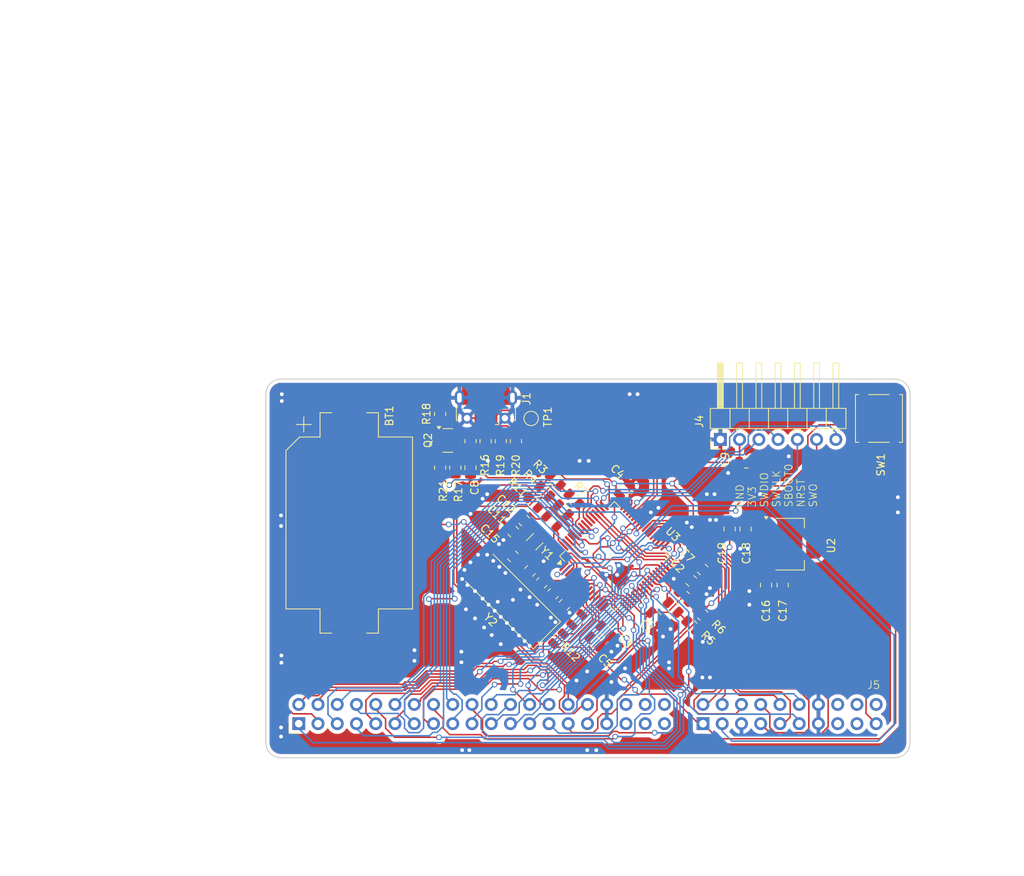
<source format=kicad_pcb>
(kicad_pcb (version 20241229) (generator "pcbnew") (generator_version "9.0")
  (layers (0 "F.Cu" signal) (2 "B.Cu" signal) (13 "F.Paste" user) (15 "B.Paste" user) (5 "F.SilkS" user "F.Silkscreen") (7 "B.SilkS" user "B.Silkscreen") (1 "F.Mask" user) (3 "B.Mask" user) (25 "Edge.Cuts" user))
  (net 0 "")
  (net 1 "GND")
  (net 2 "Net-(C13-Pad2)")
  (net 3 "Net-(C14-Pad2)")
  (net 4 "Net-(BT1-+)")
  (net 5 "GPIO_7")
  (net 6 "I2C1_SDA")
  (net 7 "I2C2_SCL")
  (net 9 "GPIO_6")
  (net 10 "CAN_RX")
  (net 12 "GPIO_4")
  (net 13 "GPIO_12")
  (net 14 "I2C2_SDA")
  (net 15 "SPI2_SCK")
  (net 16 "GPIO_15")
  (net 17 "SPI2_MOSI")
  (net 19 "GPIO_11")
  (net 20 "GPIO_2")
  (net 22 "GPIO_1")
  (net 23 "SPI2_MISO")
  (net 24 "GPIO_13")
  (net 25 "GPIO_8")
  (net 26 "GPIO_16")
  (net 27 "CAN_TX")
  (net 28 "GPIO_5")
  (net 29 "SPI1_SCK")
  (net 30 "USART1_TX")
  (net 31 "SPI1_MISO")
  (net 32 "GPIO_9")
  (net 33 "I2C1_SCL")
  (net 34 "GPIO_10")
  (net 35 "GPIO_3")
  (net 36 "USART1_RX")
  (net 37 "USART2_TX")
  (net 38 "SPI1_MOSI")
  (net 39 "5V")
  (net 40 "GPIO_14")
  (net 41 "USART2_RX")
  (net 42 "USART3_RX")
  (net 43 "BOOT0")
  (net 44 "GPIO_23")
  (net 45 "NRST")
  (net 46 "USART3_TX")
  (net 47 "GPIO_18")
  (net 48 "GPIO_21")
  (net 49 "GPIO_17")
  (net 50 "GPIO_20")
  (net 51 "SWO")
  (net 52 "GPIO_19")
  (net 53 "GPIO_22")
  (net 54 "SYS_JTCK_SWCLK")
  (net 55 "SYS_JTMS_SWDIO")
  (net 56 "RCC_OSC32_IN")
  (net 57 "RCC_OSC32_OUT")
  (net 58 "RCC_OSC_IN")
  (net 59 "RCC_OSC_OUT")
  (net 60 "+3.3V")
  (net 61 "/MCU/USB_ENUM")
  (net 62 "Net-(J1-D-)")
  (net 63 "Net-(J1-ID)")
  (net 64 "Net-(J1-D+)")
  (net 65 "Net-(J1-VBUS)")
  (net 67 "Net-(U3-NRST)")
  (net 68 "Net-(Q2-B)")
  (net 69 "Net-(Q2-E)")
  (net 70 "Net-(U3-PB6)")
  (net 71 "Net-(U3-PB7)")
  (net 72 "Net-(U3-PB10)")
  (net 73 "Net-(U3-PB11)")
  (net 81 "USB_P")
  (net 82 "USB_N")
  (footprint "Resistor_SMD:R_0805_2012Metric" (layer "F.Cu") (at 185.204765 98.704765 -45)
    (property "Reference" "R10" (hide yes))
    (property "Value" "100R")
  )
  (footprint "Package_QFP:LQFP-64_10x10mm_P0.5mm" (layer "F.Cu") (at 176 93.4 45)
    (property "Reference" "U3")
    (property "Value" "STM32F103RBTx")
  )
  (footprint "Capacitor_SMD:C_0805_2012Metric" (layer "F.Cu") (at 198.2 97.2 -90)
    (property "Reference" "C17")
    (property "Value" "100n")
  )
  (footprint "TestPoint:TestPoint_Pad_D1.5mm" (layer "F.Cu") (at 165.001 75.2 -90)
    (property "Reference" "TP1")
    (property "Value" "TestPoint")
  )
  (footprint "Capacitor_SMD:C_0805_2012Metric" (layer "F.Cu") (at 181.473484 101.473484 -45)
    (property "Reference" "C1")
    (property "Value" "100n")
  )
  (footprint "Capacitor_SMD:C_0805_2012Metric" (layer "F.Cu") (at 177.3 84.6 45)
    (property "Reference" "C4")
    (property "Value" "100n")
  )
  (footprint "Capacitor_SMD:C_0805_2012Metric" (layer "F.Cu") (at 186.145235 96.645235 -45)
    (property "Reference" "C2")
    (property "Value" "100n")
  )
  (footprint "Battery:BatteryHolder_Keystone_1060_1x2032" (layer "F.Cu") (at 141 89 -90)
    (property "Reference" "BT1")
    (property "Value" "Battery_Cell")
  )
  (footprint "Capacitor_SMD:C_0805_2012Metric" (layer "F.Cu") (at 187.645235 95.145235 -45)
    (property "Reference" "C7")
    (property "Value" "100n")
  )
  (footprint "Capacitor_SMD:C_0805_2012Metric" (layer "F.Cu") (at 167.75 88.75 135)
    (property "Reference" "C6" (hide yes))
    (property "Value" "100n")
  )
  (footprint "Connector_USB:USB_Micro-B_Molex-105017-0001" (layer "F.Cu") (at 159.0385 73.7 180)
    (property "Reference" "J1")
    (property "Value" "USB_B_Micro")
  )
  (footprint "Crystal:Crystal_SMD_3215-2Pin_3.2x1.5mm" (layer "F.Cu") (at 165.473484 91.473484 45)
    (property "Reference" "Y1")
    (property "Value" "32,768kHz")
  )
  (footprint "Resistor_SMD:R_0805_2012Metric" (layer "F.Cu") (at 163.001 78.2 -90)
    (property "Reference" "R20")
    (property "Value" "0k")
  )
  (footprint "Button_Switch_SMD:SW_SPST_EVPBF" (layer "F.Cu") (at 210.9 75.2 90)
    (property "Reference" "SW1")
    (property "Value" "SW_Push")
  )
  (footprint "Resistor_SMD:R_0805_2012Metric" (layer "F.Cu") (at 155.001 81.7 -90)
    (property "Reference" "R17")
    (property "Value" "10k")
  )
  (footprint "Capacitor_SMD:C_0805_2012Metric" (layer "F.Cu") (at 162.65 90.15 -45)
    (property "Reference" "C11")
    (property "Value" "6p8")
  )
  (footprint "Capacitor_SMD:C_0805_2012Metric" (layer "F.Cu") (at 196 97.2 -90)
    (property "Reference" "C16")
    (property "Value" "10u")
  )
  (footprint "Resistor_SMD:R_0805_2012Metric" (layer "F.Cu") (at 170.65 85.85 135)
    (property "Reference" "R7")
    (property "Value" "100R")
  )
  (footprint "Resistor_SMD:R_0805_2012Metric" (layer "F.Cu") (at 187.65 101.15 135)
    (property "Reference" "R6")
    (property "Value" "2k2")
  )
  (footprint "Resistor_SMD:R_0805_2012Metric" (layer "F.Cu") (at 183.75 100.15 -45)
    (property "Reference" "R9" (hide yes))
    (property "Value" "100R")
  )
  (footprint "Resistor_SMD:R_0805_2012Metric" (layer "F.Cu") (at 166.4 96.9 -135)
    (property "Reference" "R13" (hide yes))
    (property "Value" "TBD")
  )
  (footprint "Capacitor_SMD:C_0805_2012Metric" (layer "F.Cu") (at 171.05 101.8 -135)
    (property "Reference" "C10" (hide yes))
    (property "Value" "100n")
  )
  (footprint "Package_TO_SOT_SMD:SOT-223" (layer "F.Cu") (at 199.15 91.8)
    (property "Reference" "U2")
    (property "Value" "LD1117S33TR")
  )
  (footprint "Resistor_SMD:R_0805_2012Metric" (layer "F.Cu") (at 167.9 98.35 -135)
    (property "Reference" "R14" (hide yes))
    (property "Value" "TBD")
  )
  (footprint "Capacitor_SMD:C_0805_2012Metric" (layer "F.Cu") (at 191.2 89.8 90)
    (property "Reference" "C19")
    (property "Value" "100n")
  )
  (footprint "Crystal:Crystal_SMD_HC49-SD" (layer "F.Cu") (at 162.35 99.1 135)
    (property "Reference" "Y2")
    (property "Value" "Crystal")
  )
  (footprint "Resistor_SMD:R_0805_2012Metric" (layer "F.Cu") (at 161.001 78.2 -90)
    (property "Reference" "R19")
    (property "Value" "0k")
  )
  (footprint "Resistor_SMD:R_0805_2012Metric" (layer "F.Cu") (at 157.001 78.2 -90)
    (property "Reference" "R15" (hide yes))
    (property "Value" "100k")
  )
  (footprint "Resistor_SMD:R_0805_2012Metric" (layer "F.Cu") (at 159.001 78.2 90)
    (property "Reference" "R16")
    (property "Value" "1k5")
  )
  (footprint "Capacitor_SMD:C_0805_2012Metric" (layer "F.Cu") (at 164.1 88.7 -45)
    (property "Reference" "C12")
    (property "Value" "6p8")
  )
  (footprint "Capacitor_SMD:C_0805_2012Metric" (layer "F.Cu") (at 164.85 95.35 -135)
    (property "Reference" "C13" (hide yes))
    (property "Value" "6p8")
  )
  (footprint "Capacitor_SMD:C_0805_2012Metric" (layer "F.Cu") (at 157.001 81.7 -90)
    (property "Reference" "C8")
    (property "Value" "4u7")
  )
  (footprint "HardwareDataLogger:ExtensionConnector" (layer "F.Cu") (at 172.5 117.3 90)
    (property "Reference" "J5")
    (property "Value" "~")
  )
  (footprint "Capacitor_SMD:C_0805_2012Metric" (layer "F.Cu") (at 173.4 104.7 -45)
    (property "Reference" "C5")
    (property "Value" "4u7")
  )
  (footprint "Capacitor_SMD:C_0805_2012Metric" (layer "F.Cu") (at 193.3 89.8 90)
    (property "Reference" "C18")
    (property "Value" "10u")
  )
  (footprint "Resistor_SMD:R_0805_2012Metric" (layer "F.Cu") (at 166.8 84.8 -45)
    (property "Reference" "R4")
    (property "Value" "2k2")
  )
  (footprint "Resistor_SMD:R_0805_2012Metric" (layer "F.Cu") (at 168.2 83.4 -45)
    (property "Reference" "R3")
    (property "Value" "2k2")
  )
  (footprint "Capacitor_SMD:C_0805_2012Metric" (layer "F.Cu") (at 162.6 93.4 135)
    (property "Reference" "C15")
    (property "Value" "100n")
  )
  (footprint "Connector_PinHeader_2.54mm:PinHeader_1x07_P2.54mm_Horizontal" (layer "F.Cu") (at 189.975 77.975 90)
    (property "Reference" "J4")
    (property "Value" "Conn_01x07")
  )
  (footprint "Resistor_SMD:R_0805_2012Metric" (layer "F.Cu") (at 153.001 81.7 -90)
    (property "Reference" "R21")
    (property "Value" "100R")
  )
  (footprint "Resistor_SMD:R_0805_2012Metric" (layer "F.Cu") (at 186.2 102.6 135)
    (property "Reference" "R5")
    (property "Value" "2k2")
  )
  (footprint "Resistor_SMD:R_0805_2012Metric" (layer "F.Cu") (at 168.6 104.3 45)
    (property "Reference" "R12")
    (property "Value" "100R")
  )
  (footprint "Capacitor_SMD:C_0805_2012Metric" (layer "F.Cu") (at 169.4 99.8 -135)
    (property "Reference" "C14" (hide yes))
    (property "Value" "6p8")
  )
  (footprint "Resistor_SMD:R_0805_2012Metric" (layer "F.Cu") (at 169.25 87.25 135)
    (property "Reference" "R8" (hide yes))
    (property "Value" "100R")
  )
  (footprint "Capacitor_SMD:C_0805_2012Metric" (layer "F.Cu") (at 174.85 103.25 -45)
    (property "Reference" "C3")
    (property "Value" "10n")
  )
  (footprint "Resistor_SMD:R_0805_2012Metric" (layer "F.Cu") (at 153.001 74.6125 90)
    (property "Reference" "R18")
    (property "Value" "36k")
  )
  (footprint "Resistor_SMD:R_0805_2012Metric" (layer "F.Cu") (at 165.3 86.3 135)
    (property "Reference" "R11")
    (property "Value" "10k")
  )
  (footprint "Package_TO_SOT_SMD:SOT-23" (layer "F.Cu") (at 154.001 78.1)
    (property "Reference" "Q2")
    (property "Value" "BC847")
  )
  (footprint "Capacitor_SMD:C_0805_2012Metric" (layer "F.Cu") (at 193.4 81)
    (property "Reference" "C9")
    (property "Value" "100n")
  )
  (gr_line (start 213 70.000001) (end 132 70.000001) (stroke (width 0.15)) (layer "Edge.Cuts"))
  (gr_arc (start 132.000001 119.999999) (mid 130.585787 119.414213) (end 130.000001 117.999999) (stroke (width 0.15)) (layer "Edge.Cuts"))
  (gr_line (start 132 120) (end 213 120) (stroke (width 0.15)) (layer "Edge.Cuts"))
  (gr_line (start 130 118) (end 130.000001 72) (stroke (width 0.15)) (layer "Edge.Cuts"))
  (gr_arc (start 130.000001 72.000001) (mid 130.585787 70.585787) (end 132.000001 70.000001) (stroke (width 0.15)) (layer "Edge.Cuts"))
  (gr_line (start 215 118) (end 215 72.000001) (stroke (width 0.15)) (layer "Edge.Cuts"))
  (gr_arc (start 213 70.000001) (mid 214.414214 70.585787) (end 215 72.000001) (stroke (width 0.15)) (layer "Edge.Cuts"))
  (gr_arc (start 215 118) (mid 214.414214 119.414214) (end 213 120) (stroke (width 0.15)) (layer "Edge.Cuts"))
  (gr_text "GND\n3V3\nSWDIO\nSWCLK\nSBOOT0\nNRST\nSWO" (at 202.8 87 90) (layer "F.SilkS") (effects (font (size 1 1) (thickness 0.1)) (justify left bottom)))
  (segment (start 166.683014 88.473484) (end 165.623484 88.473484) (width 0.2) (layer "F.Cu") (net 1))
  (segment (start 183.404596 95.95) (end 183.15 95.95) (width 0.2) (layer "F.Cu") (net 1))
  (segment (start 173.224606 98.650268) (end 174.023874 97.851) (width 0.2) (layer "F.Cu") (net 1))
  (segment (start 165.078249 87.928249) (end 163.528249 87.928249) (width 0.2) (layer "F.Cu") (net 1))
  (segment (start 170.4 92.396194) (end 170.4 92.4) (width 0.2) (layer "F.Cu") (net 1))
  (segment (start 175.792128 104.497702) (end 175.271751 103.977325) (width 0.2) (layer "F.Cu") (net 1))
  (segment (start 175.643991 95.85) (end 175.647289 95.853298) (width 0.2) (layer "F.Cu") (net 1))
  (segment (start 157.7385 75.1625) (end 156.5385 75.1625) (width 0.2) (layer "F.Cu") (net 1))
  (segment (start 169.689072 91.685266) (end 170.4 92.396194) (width 0.2) (layer "F.Cu") (net 1))
  (segment (start 174.8 97.8) (end 175 97.8) (width 0.2) (layer "F.Cu") (net 1))
  (segment (start 174.9 95.85) (end 175.643991 95.85) (width 0.2) (layer "F.Cu") (net 1))
  (segment (start 158.2885 80.4) (end 158.901 80.4) (width 0.2) (layer "F.Cu") (net 1))
  (segment (start 176.360202 104.885202) (end 175.972702 104.497702) (width 0.2) (layer "F.Cu") (net 1))
  (segment (start 172.123166 93.773166) (end 172.35 94) (width 0.2) (layer "F.Cu") (net 1))
  (segment (start 177 98.996194) (end 177.714734 99.710928) (width 0.2) (layer "F.Cu") (net 1))
  (segment (start 177.714734 87.019776) (end 178.285658 86.448852) (width 0.2) (layer "F.Cu") (net 1))
  (segment (start 157.001 79.1125) (end 158.2885 80.4) (width 0.2) (layer "F.Cu") (net 1))
  (segment (start 175.5661 98.299) (end 176.263294 98.996194) (width 0.2) (layer "F.Cu") (net 1))
  (segment (start 175.499 98.299) (end 175.5661 98.299) (width 0.2) (layer "F.Cu") (net 1))
  (segment (start 177.971751 85.707852) (end 177.971751 83.928249) (width 0.2) (layer "F.Cu") (net 1))
  (segment (start 170.6 92.6) (end 170.6 92.623166) (width 0.2) (layer "F.Cu") (net 1))
  (segment (start 165.623484 88.473484) (end 165.078249 87.928249) (width 0.2) (layer "F.Cu") (net 1))
  (segment (start 177.4 95.85) (end 178.183198 95.066802) (width 0.2) (layer "F.Cu") (net 1))
  (segment (start 180.101181 94.54281) (end 181.739004 94.54281) (width 0.2) (layer "F.Cu") (net 1))
  (segment (start 170.4 92.4) (end 170.6 92.6) (width 0.2) (layer "F.Cu") (net 1))
  (segment (start 179.577189 95.066802) (end 180.101181 94.54281) (width 0.2) (layer "F.Cu") (net 1))
  (segment (start 176.35 95.85) (end 177.4 95.85) (width 0.2) (layer "F.Cu") (net 1))
  (segment (start 174.023874 97.851) (end 174.355009 97.851) (width 0.2) (layer "F.Cu") (net 1))
  (segment (start 171.75 93.773166) (end 172.123166 93.773166) (width 0.2) (layer "F.Cu") (net 1))
  (segment (start 183.15 95.95) (end 182.314734 95.114734) (width 0.2) (layer "F.Cu") (net 1))
  (segment (start 176.207307 95.853298) (end 176.210605 95.85) (width 0.2) (layer "F.Cu") (net 1))
  (segment (start 170.071751 99.128249) (end 170.071751 100.85) (width 0.2) (layer "F.Cu") (net 1))
  (segment (start 158.901 80.4) (end 159.301 80.8) (width 0.2) (layer "F.Cu") (net 1))
  (segment (start 170.6 92.623166) (end 171.75 93.773166) (width 0.2) (layer "F.Cu") (net 1))
  (segment (start 172.6171 94) (end 174.4671 95.85) (width 0.2) (layer "F.Cu") (net 1))
  (segment (start 170.071751 100.85) (end 170.071751 102.165253) (width 0.2) (layer "F.Cu") (net 1))
  (segment (start 175 97.8) (end 175.499 98.299) (width 0.2) (layer "F.Cu") (net 1))
  (segment (start 174.355009 97.851) (end 174.406009 97.8) (width 0.2) (layer "F.Cu") (net 1))
  (segment (start 176.210605 95.85) (end 176.35 95.85) (width 0.2) (layer "F.Cu") (net 1))
  (segment (start 176.263294 98.996194) (end 177 98.996194) (width 0.2) (layer "F.Cu") (net 1))
  (segment (start 174.4671 95.85) (end 174.9 95.85) (width 0.2) (layer "F.Cu") (net 1))
  (segment (start 172.35 94) (end 172.6171 94) (width 0.2) (layer "F.Cu") (net 1))
  (segment (start 166.021751 94.678249) (end 166.65 94.05) (width 0.2) (layer "F.Cu") (net 1))
  (segment (start 178.285658 86.021759) (end 177.971751 85.707852) (width 0.2) (layer "F.Cu") (net 1))
  (segment (start 178.183198 95.066802) (end 179.577189 95.066802) (width 0.2) (layer "F.Cu") (net 1))
  (segment (start 175.647289 95.853298) (end 176.207307 95.853298) (width 0.2) (layer "F.Cu") (net 1))
  (segment (start 178.285658 86.448852) (end 178.285658 86.021759) (width 0.2) (layer "F.Cu") (net 1))
  (segment (start 183.827298 96.372702) (end 183.404596 95.95) (width 0.2) (layer "F.Cu") (net 1))
  (segment (start 175.972702 104.497702) (end 175.792128 104.497702) (width 0.2) (layer "F.Cu") (net 1))
  (segment (start 181.739004 94.54281) (end 182.310928 95.114734) (width 0.2) (layer "F.Cu") (net 1))
  (segment (start 174.406009 97.8) (end 174.8 97.8) (width 0.2) (layer "F.Cu") (net 1))
  (via (at 159.2 93.2) (size 0.75) (drill 0.5) (layers "F.Cu" "B.Cu") (net 1))
  (via (at 160 94) (size 0.75) (drill 0.5) (layers "F.Cu" "B.Cu") (net 1))
  (via (at 176.55 94.6) (size 0.75) (drill 0.5) (layers "F.Cu" "B.Cu") (net 1))
  (via (at 132.1 72.9) (size 0.75) (drill 0.5) (layers "F.Cu" "B.Cu") (net 1))
  (via (at 132.05 106.5) (size 0.75) (drill 0.5) (layers "F.Cu" "B.Cu") (net 1))
  (via (at 174.9 95.85) (size 0.75) (drill 0.5) (layers "F.Cu" "B.Cu") (net 1))
  (via (at 175.6 110) (size 0.75) (drill 0.5) (layers "F.Cu" "B.Cu") (net 1))
  (via (at 191 82.4) (size 0.75) (drill 0.5) (layers "F.Cu" "B.Cu") (net 1))
  (via (at 181.8 87) (size 0.75) (drill 0.5) (layers "F.Cu" "B.Cu") (net 1))
  (via (at 165.8 99.8) (size 0.75) (drill 0.5) (layers "F.Cu" "B.Cu") (net 1))
  (via (at 164.8 98.8) (size 0.75) (drill 0.5) (layers "F.Cu" "B.Cu") (net 1))
  (via (at 160.8 94.8) (size 0.75) (drill 0.5) (layers "F.Cu" "B.Cu") (net 1))
  (via (at 213.4 85.6) (size 0.75) (drill 0.5) (layers "F.Cu" "B.Cu") (net 1))
  (via (at 132 89.4) (size 0.75) (drill 0.5) (layers "F.Cu" "B.Cu") (net 1))
  (via (at 193.6 92.4) (size 0.75) (drill 0.5) (layers "F.Cu" "B.Cu") (net 1))
  (via (at 162.6 103) (size 0.75) (drill 0.5) (layers "F.Cu" "B.Cu") (net 1))
  (via (at 159.8 103.8) (size 0.75) (drill 0.5) (layers "F.Cu" "B.Cu") (net 1))
  (via (at 164.8 105.221) (size 0.75) (drill 0.5) (layers "F.Cu" "B.Cu") (net 1))
  (via (at 157.6 101.6) (size 0.75) (drill 0.5) (layers "F.Cu" "B.Cu") (net 1))
  (via (at 132.1 72) (size 0.75) (drill 0.5) (layers "F.Cu" "B.Cu") (net 1))
  (via (at 187.65 104.7) (size 0.75) (drill 0.5) (layers "F.Cu" "B.Cu") (net 1))
  (via (at 187.6 109.4) (size 0.75) (drill 0.5) (layers "F.Cu" "B.Cu") (net 1))
  (via (at 193.8 99.8) (size 0.75) (drill 0.5) (layers "F.Cu" "B.Cu") (net 1))
  (via (at 132 88) (size 0.75) (drill 0.5) (layers "F.Cu" "B.Cu") (net 1))
  (via (at 163.6 97.8) (size 0.75) (drill 0.5) (layers "F.Cu" "B.Cu") (net 1))
  (via (at 183.2 107.4) (size 0.75) (drill 0.5) (layers "F.Cu" "B.Cu") (net 1))
  (via (at 155.9 119) (size 0.75) (drill 0.5) (layers "F.Cu" "B.Cu") (net 1))
  (via (at 188.2 85.2) (size 0.75) (drill 0.5) (layers "F.Cu" "B.Cu") (net 1))
  (via (at 176.35 95.85) (size 0.75) (drill 0.5) (layers "F.Cu" "B.Cu") (net 1))
  (via (at 160.6 99.4) (size 0.75) (drill 0.5) (layers "F.Cu" "B.Cu") (net 1))
  (via (at 161.35 91.25) (size 0.75) (drill 0.5) (layers "F.Cu" "B.Cu") (net 1))
  (via (at 182.4 104) (size 0.75) (drill 0.5) (layers "F.Cu" "B.Cu") (net 1))
  (via (at 172.6 80.8) (size 0.75) (drill 0.5) (layers "F.Cu" "B.Cu") (net 1))
  (via (at 177.4 108.2) (size 0.75) (drill 0.5) (layers "F.Cu" "B.Cu") (net 1))
  (via (at 155.8 107.4) (size 0.75) (drill 0.5) (layers "F.Cu" "B.Cu") (net 1))
  (via (at 183.2 108.2) (size 0.75) (drill 0.5) (layers "F.Cu" "B.Cu") (net 1))
  (via (at 155.8 106) (size 0.75) (drill 0.5) (layers "F.Cu" "B.Cu") (net 1))
  (via (at 161.6 95.6) (size 0.75) (drill 0.5) (layers "F.Cu" "B.Cu") (net 1))
  (via (at 188.15 98.4) (size 0.75) (drill 0.5) (layers "F.Cu" "B.Cu") (net 1))
  (via (at 193.8 98) (size 0.75) (drill 0.5) (layers "F.Cu" "B.Cu") (net 1))
  (via (at 157.6 98) (size 0.75) (drill 0.5) (layers "F.Cu" "B.Cu") (net 1))
  (via (at 179.05 72) (size 0.75) (drill 0.5) (layers "F.Cu" "B.Cu") (net 1))
  (via (at 162.6 99.15) (size 0.75) (drill 0.5) (layers "F.Cu" "B.Cu") (net 1))
  (via (at 176.4 105.2) (size 0.75) (drill 0.5) (layers "F.Cu" "B.Cu") (net 1))
  (via (at 156.85 119) (size 0.75) (drill 0.5) (layers "F.Cu" "B.Cu") (net 1))
  (via (at 178 72) (size 0.75) (drill 0.5) (layers "F.Cu" "B.Cu") (net 1))
  (via (at 199 80.2) (size 0.75) (drill 0.5) (layers "F.Cu" "B.Cu") (net 1))
  (via (at 157 94.2) (size 0.75) (drill 0.5) (layers "F.Cu" "B.Cu") (net 1))
  (via (at 170.071751 100.85) (size 0.75) (drill 0.5) (layers "F.Cu" "B.Cu") (net 1))
  (via (at 158.8 102.8) (size 0.75) (drill 0.5) (layers "F.Cu" "B.Cu") (net 1))
  (via (at 161.8 102.2) (size 0.75) (drill 0.5) (layers "F.Cu" "B.Cu") (net 1))
  (via (at 171 109.8) (size 0.75) (drill 0.5) (layers "F.Cu" "B.Cu") (net 1))
  (via (at 188.6 109.4) (size 0.75) (drill 0.5) (layers "F.Cu" "B.Cu") (net 1))
  (via (at 132.05 107.45) (size 0.75) (drill 0.5) (layers "F.Cu" "B.Cu") (net 1))
  (via (at 156.4 100.4) (size 0.75) (drill 0.5) (layers "F.Cu" "B.Cu") (net 1))
  (via (at 161 101.4) (size 0.75) (drill 0.5) (layers "F.Cu" "B.Cu") (net 1))
  (via (at 171.4 80.8) (size 0.75) (drill 0.5) (layers "F.Cu" "B.Cu") (net 1))
  (via (at 156.2 95.2) (size 0.75) (drill 0.5) (layers "F.Cu" "B.Cu") (net 1))
  (via (at 172.4 119) (size 0.75) (drill 0.5) (layers "F.Cu" "B.Cu") (net 1))
  (via (at 132 116) (size 0.75) (drill 0.5) (layers "F.Cu" "B.Cu") (net 1))
  (via (at 183.827298 96.372702) (size 0.75) (drill 0.5) (layers "F.Cu" "B.Cu") (net 1))
  (via (at 160.75 91.8) (size 0.75) (drill 0.5) (layers "F.Cu" "B.Cu") (net 1))
  (via (at 175.6 106) (size 0.75) (drill 0.5) (layers "F.Cu" "B.Cu") (net 1))
  (via (at 132 117.2) (size 0.75) (drill 0.5) (layers "F.Cu" "B.Cu") (net 1))
  (via (at 172.4 108.6) (size 0.75) (drill 0.5) (layers "F.Cu" "B.Cu") (net 1))
  (via (at 159.2 85.2) (size 0.75) (drill 0.5) (layers "F.Cu" "B.Cu") (net 1))
  (via (at 164.15 104.6) (size 0.75) (drill 0.5) (layers "F.Cu" "B.Cu") (net 1))
  (via (at 149.6 105.8) (size 0.75) (drill 0.5) (layers "F.Cu" "B.Cu") (net 1))
  (via (at 192.6 92.4) (size 0.75) (drill 0.5) (layers "F.Cu" "B.Cu") (net 1))
  (via (at 156.6 97.2) (size 0.75) (drill 0.5) (layers "F.Cu" "B.Cu") (net 1))
  (via (at 161 105) (size 0.75) (drill 0.5) (layers "F.Cu" "B.Cu") (net 1))
  (via (at 189.4 88.6) (size 0.75) (drill 0.5) (layers "F.Cu" "B.Cu") (net 1))
  (via (at 155.9 96.4) (size 0.75) (drill 0.5) (layers "F.Cu" "B.Cu") (net 1))
  (via (at 167.6 101.5) (size 0.75) (drill 0.5) (layers "F.Cu" "B.Cu") (net 1))
  (via (at 188.6 97.6) (size 0.75) (drill 0.5) (layers "F.Cu" "B.Cu") (net 1))
  (via (at 158.6 85.8) (size 0.75) (drill 0.5) (layers "F.Cu" "B.Cu") (net 1))
  (via (at 166.65 94.05) (size 0.75) (drill 0.5) (layers "F.Cu" "B.Cu") (net 1))
  (via (at 195.2 85.2) (size 0.75) (drill 0.5) (layers "F.Cu" "B.Cu") (net 1))
  (via (at 158.6 99) (size 0.75) (drill 0.5) (layers "F.Cu" "B.Cu") (net 1))
  (via (at 159.301 80.8) (size 0.75) (drill 0.5) (layers "F.Cu" "B.Cu") (net 1))
  (via (at 173.6 119) (size 0.75) (drill 0.5) (layers "F.Cu" "B.Cu") (net 1))
  (via (at 163.4 103.85) (size 0.75) (drill 0.5) (layers "F.Cu" "B.Cu") (net 1))
  (via (at 174.8 97.8) (size 0.75) (drill 0.5) (layers "F.Cu" "B.Cu") (net 1))
  (via (at 186.2 89.55) (size 0.75) (drill 0.5) (layers "F.Cu" "B.Cu") (net 1))
  (via (at 213.4 87.6) (size 0.75) (drill 0.5) (layers "F.Cu" "B.Cu") (net 1))
  (via (at 159.4 99.8) (size 0.75) (drill 0.5) (layers "F.Cu" "B.Cu") (net 1))
  (via (at 188.6 104.2) (size 0.75) (drill 0.5) (layers "F.Cu" "B.Cu") (net 1))
  (via (at 188.6 88.6) (size 0.75) (drill 0.5) (layers "F.Cu" "B.Cu") (net 1))
  (via (at 158 93.2) (size 0.75) (drill 0.5) (layers "F.Cu" "B.Cu") (net 1))
  (via (at 157 87.8) (size 0.75) (drill 0.5) (layers "F.Cu" "B.Cu") (net 1))
  (via (at 180.8 87.6) (size 0.75) (drill 0.5) (layers "F.Cu" "B.Cu") (net 1))
  (via (at 149.6 107.2) (size 0.75) (drill 0.5) (layers "F.Cu" "B.Cu") (net 1))
  (via (at 183.4 103) (size 0.75) (drill 0.5) (layers "F.Cu" "B.Cu") (net 1))
  (via (at 189.2 85.2) (size 0.75) (drill 0.5) (layers "F.Cu" "B.Cu") (net 1))
  (via (at 185.55 88.95) (size 0.75) (drill 0.5) (layers "F.Cu" "B.Cu") (net 1))
  (via (at 168.2 102.1) (size 0.75) (drill 0.5) (layers "F.Cu" "B.Cu") (net 1))
  (via (at 160.2 100.6) (size 0.75) (drill 0.5) (layers "F.Cu" "B.Cu") (net 1))
  (segment (start 174.8 95.95) (end 174.8 96.1) (width 0.2) (layer "B.Cu") (net 1))
  (segment (start 174.8 96.1) (end 175 95.9) (width 0.2) (layer "B.Cu") (net 1))
  (segment (start 174.8 97.8) (end 174.8 96.1) (width 0.2) (layer "B.Cu") (net 1))
  (segment (start 174.98 115.5) (end 174.98 112.96) (width 0.2) (layer "B.Cu") (net 1))
  (segment (start 174.9 95.85) (end 174.8 95.95) (width 0.2) (layer "B.Cu") (net 1))
  (segment (start 164.473484 95.816986) (end 165.946968 97.29047) (width 0.2) (layer "F.Cu") (net 2))
  (segment (start 163.69047 96.6) (end 164.411791 95.878679) (width 0.2) (layer "F.Cu") (net 2))
  (segment (start 160.35 96.6) (end 163.69047 96.6) (width 0.2) (layer "F.Cu") (net 2))
  (segment (start 165.355204 102.105204) (end 167.254765 100.205643) (width 0.2) (layer "F.Cu") (net 3))
  (segment (start 168.728249 100.071751) (end 167.5 98.843502) (width 0.2) (layer "F.Cu") (net 3))
  (segment (start 167.254765 100.205643) (end 167.254765 98.995235) (width 0.2) (layer "F.Cu") (net 3))
  (segment (start 164.677265 94.071751) (end 165.375016 93.374) (width 0.2) (layer "F.Cu") (net 4))
  (segment (start 152.043992 89.2) (end 141 78.156009) (width 0.2) (layer "F.Cu") (net 4))
  (segment (start 141 78.156009) (end 141 74.35) (width 0.2) (layer "F.Cu") (net 4))
  (segment (start 154.124 89.2) (end 152.043992 89.2) (width 0.2) (layer "F.Cu") (net 4))
  (segment (start 167.662819 93.374) (end 169.05 94.761181) (width 0.2) (layer "F.Cu") (net 4))
  (segment (start 156.108849 88.852355) (end 161.328245 94.071751) (width 0.2) (layer "F.Cu") (net 4))
  (segment (start 165.375016 93.374) (end 167.662819 93.374) (width 0.2) (layer "F.Cu") (net 4))
  (segment (start 163.271751 94.071751) (end 164.677265 94.071751) (width 0.2) (layer "F.Cu") (net 4))
  (segment (start 161.328245 94.071751) (end 163.271751 94.071751) (width 0.2) (layer "F.Cu") (net 4))
  (segment (start 169.05 94.761181) (end 169.335519 94.761181) (width 0.2) (layer "F.Cu") (net 4))
  (via (at 156.108849 88.852355) (size 0.75) (drill 0.5) (layers "F.Cu" "B.Cu") (net 4))
  (via (at 154.124 89.2) (size 0.75) (drill 0.5) (layers "F.Cu" "B.Cu") (net 4))
  (segment (start 155.4 89.2) (end 154.124 89.2) (width 0.2) (layer "B.Cu") (net 4))
  (segment (start 156.108849 88.852355) (end 155.747645 88.852355) (width 0.2) (layer "B.Cu") (net 4))
  (segment (start 155.747645 88.852355) (end 155.4 89.2) (width 0.2) (layer "B.Cu") (net 4))
  (segment (start 152.85 117.3) (end 147 117.3) (width 0.2) (layer "F.Cu") (net 5))
  (segment (start 182.573973 97.692594) (end 182.542594 97.692594) (width 0.2) (layer "F.Cu") (net 5))
  (segment (start 147 117.3) (end 145.8 116.1) (width 0.2) (layer "F.Cu") (net 5))
  (segment (start 181.537935 97.100871) (end 180.966012 96.528948) (width 0.2) (layer "F.Cu") (net 5))
  (segment (start 181.950871 97.100871) (end 181.537935 97.100871) (width 0.2) (layer "F.Cu") (net 5))
  (segment (start 145.8 114.9) (end 144.7 113.8) (width 0.2) (layer "F.Cu") (net 5))
  (segment (start 185.8 108.6) (end 185.8 110.6) (width 0.2) (layer "F.Cu") (net 5))
  (segment (start 185.8 110.6) (end 184.710848 111.689152) (width 0.2) (layer "F.Cu") (net 5))
  (segment (start 144.7 113.8) (end 144.7 113.1) (width 0.2) (layer "F.Cu") (net 5))
  (segment (start 144.7 113.8) (end 143.9 113) (width 0.2) (layer "F.Cu") (net 5))
  (segment (start 182.542594 97.692594) (end 181.950871 97.100871) (width 0.2) (layer "F.Cu") (net 5))
  (segment (start 145.8 116.1) (end 145.8 114.9) (width 0.2) (layer "F.Cu") (net 5))
  (via (at 182.573973 97.692594) (size 0.75) (drill 0.5) (layers "F.Cu" "B.Cu") (net 5))
  (via (at 185.8 108.6) (size 0.75) (drill 0.5) (layers "F.Cu" "B.Cu") (net 5))
  (via (at 152.85 117.3) (size 0.75) (drill 0.5) (layers "F.Cu" "B.Cu") (net 5))
  (via (at 184.710848 111.689152) (size 0.75) (drill 0.5) (layers "F.Cu" "B.Cu") (net 5))
  (segment (start 184.6 111.8) (end 184.710848 111.689152) (width 0.2) (layer "B.Cu") (net 5))
  (segment (start 182.6681 118.399) (end 184.652 116.4151) (width 0.2) (layer "B.Cu") (net 5))
  (segment (start 159.2339 117.601) (end 174.601 117.601) (width 0.2) (layer "B.Cu") (net 5))
  (segment (start 182.742594 97.692594) (end 182.573973 97.692594) (width 0.2) (layer "B.Cu") (net 5))
  (segment (start 184.652 112.0178) (end 184.6 111.9658) (width 0.2) (layer "B.Cu") (net 5))
  (segment (start 185.8 100.75) (end 182.742594 97.692594) (width 0.2) (layer "B.Cu") (net 5))
  (segment (start 158.9329 117.3) (end 159.2339 117.601) (width 0.2) (layer "B.Cu") (net 5))
  (segment (start 185.8 108.6) (end 185.8 100.75) (width 0.2) (layer "B.Cu") (net 5))
  (segment (start 175.399 118.399) (end 182.6681 118.399) (width 0.2) (layer "B.Cu") (net 5))
  (segment (start 184.652 116.4151) (end 184.652 112.0178) (width 0.2) (layer "B.Cu") (net 5))
  (segment (start 184.6 111.9658) (end 184.6 111.8) (width 0.2) (layer "B.Cu") (net 5))
  (segment (start 152.85 117.3) (end 158.9329 117.3) (width 0.2) (layer "B.Cu") (net 5))
  (segment (start 174.601 117.601) (end 175.399 118.399) (width 0.2) (layer "B.Cu") (net 5))
  (segment (start 156.6 86.8) (end 155.2 88.2) (width 0.2) (layer "F.Cu") (net 6))
  (segment (start 167.18947 85.701) (end 165.758994 85.701) (width 0.2) (layer "F.Cu") (net 6))
  (segment (start 165.3651 106.998) (end 166.0322 106.998) (width 0.2) (layer "F.Cu") (net 6))
  (segment (start 155.2 88.2) (end 155.2 96.8329) (width 0.2) (layer "F.Cu") (net 6))
  (segment (start 165.758994 85.701) (end 164.659994 86.8) (width 0.2) (layer "F.Cu") (net 6))
  (segment (start 167.161502 107.597) (end 169.9 110.335498) (width 0.2) (layer "F.Cu") (net 6))
  (segment (start 164.659994 86.8) (end 156.6 86.8) (width 0.2) (layer "F.Cu") (net 6))
  (segment (start 155.2 96.8329) (end 165.3651 106.998) (width 0.2) (layer "F.Cu") (net 6))
  (segment (start 169.9 110.335498) (end 169.9 112.96) (width 0.2) (layer "F.Cu") (net 6))
  (segment (start 168.604765 86.604765) (end 167.445235 85.445235) (width 0.2) (layer "F.Cu") (net 6))
  (segment (start 166.0322 106.998) (end 166.6312 107.597) (width 0.2) (layer "F.Cu") (net 6))
  (segment (start 166.6312 107.597) (end 167.161502 107.597) (width 0.2) (layer "F.Cu") (net 6))
  (segment (start 173.7 112) (end 173.7 113.68) (width 0.2) (layer "F.Cu") (net 7))
  (segment (start 184.395235 100.795235) (end 185.554765 101.954765) (width 0.2) (layer "F.Cu") (net 7))
  (segment (start 185.554765 102.678135) (end 177.2329 111) (width 0.2) (layer "F.Cu") (net 7))
  (segment (start 173.7 113.68) (end 172.44 114.94) (width 0.2) (layer "F.Cu") (net 7))
  (segment (start 185.554765 101.954765) (end 185.554765 102.678135) (width 0.2) (layer "F.Cu") (net 7))
  (segment (start 174.7 111) (end 173.7 112) (width 0.2) (layer "F.Cu") (net 7))
  (segment (start 177.2329 111) (end 174.7 111) (width 0.2) (layer "F.Cu") (net 7))
  (segment (start 178.567802 95.742802) (end 178.775 95.95) (width 0.2) (layer "F.Cu") (net 9))
  (segment (start 164.9 108.475) (end 164.675 108.475) (width 0.2) (layer "F.Cu") (net 9))
  (segment (start 149.1 111.6) (end 148.325 112.375) (width 0.2) (layer "F.Cu") (net 9))
  (segment (start 179.61066 95.95) (end 180.543161 96.882501) (width 0.2) (layer "F.Cu") (net 9))
  (segment (start 148.325 112.375) (end 148.325 113.655) (width 0.2) (layer "F.Cu") (net 9))
  (segment (start 151.9178 110.148) (end 150.4658 111.6) (width 0.2) (layer "F.Cu") (net 9))
  (segment (start 158.2668 110.148) (end 151.9178 110.148) (width 0.2) (layer "F.Cu") (net 9))
  (segment (start 159.6658 108.749) (end 158.2668 110.148) (width 0.2) (layer "F.Cu") (net 9))
  (segment (start 148.325 113.655) (end 146.44 115.54) (width 0.2) (layer "F.Cu") (net 9))
  (segment (start 178.775 95.95) (end 179.61066 95.95) (width 0.2) (layer "F.Cu") (net 9))
  (segment (start 164.401 108.749) (end 159.6658 108.749) (width 0.2) (layer "F.Cu") (net 9))
  (segment (start 150.4658 111.6) (end 149.1 111.6) (width 0.2) (layer "F.Cu") (net 9))
  (segment (start 164.675 108.475) (end 164.401 108.749) (width 0.2) (layer "F.Cu") (net 9))
  (via (at 164.9 108.475) (size 0.75) (drill 0.5) (layers "F.Cu" "B.Cu") (net 9))
  (via (at 178.567802 95.742802) (size 0.75) (drill 0.5) (layers "F.Cu" "B.Cu") (net 9))
  (segment (start 178.292802 95.807198) (end 178.425 95.675) (width 0.2) (layer "B.Cu") (net 9))
  (segment (start 178.425 95.675) (end 178.425 95.6) (width 0.2) (layer "B.Cu") (net 9))
  (segment (start 176.498 97.528891) (end 177.801906 96.224985) (width 0.2) (layer "B.Cu") (net 9))
  (segment (start 176.498 97.565084) (end 176.498 97.528891) (width 0.2) (layer "B.Cu") (net 9))
  (segment (start 164.9 108.475) (end 165.075 108.475) (width 0.2) (layer "B.Cu") (net 9))
  (segment (start 176.475 98.58374) (end 176.475 97.588084) (width 0.2) (layer "B.Cu") (net 9))
  (segment (start 178.425 95.6) (end 178.567802 95.742802) (width 0.2) (layer "B.Cu") (net 9))
  (segment (start 177.892115 96.224985) (end 178.292802 95.824298) (width 0.2) (layer "B.Cu") (net 9))
  (segment (start 176.475 97.588084) (end 176.498 97.565084) (width 0.2) (layer "B.Cu") (net 9))
  (segment (start 165.596426 107.953574) (end 167.105166 107.953574) (width 0.2) (layer "B.Cu") (net 9))
  (segment (start 165.075 108.475) (end 165.596426 107.953574) (width 0.2) (layer "B.Cu") (net 9))
  (segment (start 177.801906 96.224985) (end 177.892115 96.224985) (width 0.2) (layer "B.Cu") (net 9))
  (segment (start 178.292802 95.824298) (end 178.292802 95.807198) (width 0.2) (layer "B.Cu") (net 9))
  (segment (start 167.105166 107.953574) (end 176.475 98.58374) (width 0.2) (layer "B.Cu") (net 9))
  (segment (start 171.325 91.925) (end 170.396179 90.996179) (width 0.2) (layer "F.Cu") (net 10))
  (segment (start 171.700333 91.974) (end 171.374 91.974) (width 0.2) (layer "F.Cu") (net 10))
  (segment (start 171.374 91.974) (end 171.325 91.925) (width 0.2) (layer "F.Cu") (net 10))
  (segment (start 171.509 92.109) (end 171.325 91.925) (width 0.2) (layer "F.Cu") (net 10))
  (via (at 171.700333 91.974) (size 0.75) (drill 0.5) (layers "F.Cu" "B.Cu") (net 10))
  (segment (start 171.1171 90.7671) (end 171.85 91.5) (width 0.2) (layer "B.Cu") (net 10))
  (segment (start 171.85 91.5) (end 171.85 91.9) (width 0.2) (layer "B.Cu") (net 10))
  (segment (start 153.85 94.9013) (end 163.0003 85.751) (width 0.2) (layer "B.Cu") (net 10))
  (segment (start 153.85 112.15) (end 153.85 94.9013) (width 0.2) (layer "B.Cu") (net 10))
  (segment (start 154.66 112.96) (end 153.85 112.15) (width 0.2) (layer "B.Cu") (net 10))
  (segment (start 171.1 90.7671) (end 171.1171 90.7671) (width 0.2) (layer "B.Cu") (net 10))
  (segment (start 163.0003 85.751) (end 166.0839 85.751) (width 0.2) (layer "B.Cu") (net 10))
  (segment (start 166.0839 85.751) (end 171.1 90.7671) (width 0.2) (layer "B.Cu") (net 10))
  (segment (start 178.896129 90.208217) (end 178.896129 90.150317) (width 0.2) (layer "F.Cu") (net 12))
  (segment (start 178.896129 90.150317) (end 179.836054 89.210392) (width 0.2) (layer "F.Cu") (net 12))
  (segment (start 179.085719 90.397807) (end 178.896129 90.208217) (width 0.2) (layer "F.Cu") (net 12))
  (segment (start 178.896129 90.397807) (end 179.085719 90.397807) (width 0.2) (layer "F.Cu") (net 12))
  (via (at 178.896129 90.397807) (size 0.75) (drill 0.5) (layers "F.Cu" "B.Cu") (net 12))
  (segment (start 178.896129 90.397807) (end 178.896129 89.70592) (width 0.2) (layer "B.Cu") (net 12))
  (segment (start 162.501 84.549) (end 152.6329 94.4171) (width 0.2) (layer "B.Cu") (net 12))
  (segment (start 148.3 112.3) (end 148.3 114.22) (width 0.2) (layer "B.Cu") (net 12))
  (segment (start 166.5842 84.55) (end 166.5832 84.549) (width 0.2) (layer "B.Cu") (net 12))
  (segment (start 166.5832 84.549) (end 162.501 84.549) (width 0.2) (layer "B.Cu") (net 12))
  (segment (start 176.75 87.559791) (end 169.809791 87.559791) (width 0.2) (layer "B.Cu") (net 12))
  (segment (start 166.8 84.55) (end 166.5842 84.55) (width 0.2) (layer "B.Cu") (net 12))
  (segment (start 152.6329 107.9671) (end 148.3 112.3) (width 0.2) (layer "B.Cu") (net 12))
  (segment (start 148.3 114.22) (end 149.58 115.5) (width 0.2) (layer "B.Cu") (net 12))
  (segment (start 152.6329 94.4171) (end 152.6329 107.9671) (width 0.2) (layer "B.Cu") (net 12))
  (segment (start 178.896129 89.70592) (end 176.75 87.559791) (width 0.2) (layer "B.Cu") (net 12))
  (segment (start 169.809791 87.559791) (end 166.8 84.55) (width 0.2) (layer "B.Cu") (net 12))
  (segment (start 172.93142 86.86858) (end 172.3 87.5) (width 0.2) (layer "F.Cu") (net 13))
  (segment (start 172.93142 85.380146) (end 172.93142 86.86858) (width 0.2) (layer "F.Cu") (net 13))
  (segment (start 173.500749 84.810817) (end 172.93142 85.380146) (width 0.2) (layer "F.Cu") (net 13))
  (segment (start 172.3 87.932234) (end 172.871052 88.503286) (width 0.2) (layer "F.Cu") (net 13))
  (segment (start 172.3 87.5) (end 172.3 87.932234) (width 0.2) (layer "F.Cu") (net 13))
  (via (at 173.500749 84.810817) (size 0.75) (drill 0.5) (layers "F.Cu" "B.Cu") (net 13))
  (segment (start 147.8 110.8) (end 139.4 110.8) (width 0.2) (layer "B.Cu") (net 13))
  (segment (start 151.8309 97.763091) (end 150.824 98.769991) (width 0.2) (layer "B.Cu") (net 13))
  (segment (start 150.824 107.776) (end 147.8 110.8) (width 0.2) (layer "B.Cu") (net 13))
  (segment (start 168.910817 84.810817) (end 167.8 83.7) (width 0.2) (layer "B.Cu") (net 13))
  (segment (start 151.8309 94.0849) (end 151.8309 97.763091) (width 0.2) (layer "B.Cu") (net 13))
  (segment (start 150.824 98.769991) (end 150.824 107.776) (width 0.2) (layer "B.Cu") (net 13))
  (segment (start 139.4 110.8) (end 138.2 112) (width 0.2) (layer "B.Cu") (net 13))
  (segment (start 138.2 114.28) (end 139.42 115.5) (width 0.2) (layer "B.Cu") (net 13))
  (segment (start 173.500749 84.810817) (end 168.910817 84.810817) (width 0.2) (layer "B.Cu") (net 13))
  (segment (start 162.2158 83.7) (end 151.8309 94.0849) (width 0.2) (layer "B.Cu") (net 13))
  (segment (start 167.8 83.7) (end 162.2158 83.7) (width 0.2) (layer "B.Cu") (net 13))
  (segment (start 138.2 112) (end 138.2 114.28) (width 0.2) (layer "B.Cu") (net 13))
  (segment (start 174.389 114.2) (end 173.8 114.789) (width 0.2) (layer "F.Cu") (net 14))
  (segment (start 186.904765 100.404765) (end 186.904765 101.895235) (width 0.2) (layer "F.Cu") (net 14))
  (segment (start 176.369 112.431) (end 176.369 113.431) (width 0.2) (layer "F.Cu") (net 14))
  (segment (start 173.209 116.691) (end 170.451 116.691) (width 0.2) (layer "F.Cu") (net 14))
  (segment (start 185.85 99.35) (end 187.004765 100.504765) (width 0.2) (layer "F.Cu") (net 14))
  (segment (start 186.904765 101.895235) (end 176.369 112.431) (width 0.2) (layer "F.Cu") (net 14))
  (segment (start 173.8 116.1) (end 173.209 116.691) (width 0.2) (layer "F.Cu") (net 14))
  (segment (start 173.8 114.789) (end 173.8 116.1) (width 0.2) (layer "F.Cu") (net 14))
  (segment (start 170.451 116.691) (end 169.93 116.17) (width 0.2) (layer "F.Cu") (net 14))
  (segment (start 176.369 113.431) (end 175.6 114.2) (width 0.2) (layer "F.Cu") (net 14))
  (segment (start 175.6 114.2) (end 174.389 114.2) (width 0.2) (layer "F.Cu") (net 14))
  (segment (start 160.26224 110.25) (end 160.18112 110.33112) (width 0.2) (layer "F.Cu") (net 15))
  (segment (start 181.669708 92.25719) (end 182.241632 91.685266) (width 0.2) (layer "F.Cu") (net 15))
  (segment (start 181.698492 92.297702) (end 182.310928 91.685266) (width 0.2) (layer "F.Cu") (net 15))
  (segment (start 180.752298 92.297702) (end 181.698492 92.297702) (width 0.2) (layer "F.Cu") (net 15))
  (segment (start 163.6 110.25) (end 160.26224 110.25) (width 0.2) (layer "F.Cu") (net 15))
  (via (at 163.6 110.25) (size 0.75) (drill 0.5) (layers "F.Cu" "B.Cu") (net 15))
  (via (at 160.18112 110.33112) (size 0.75) (drill 0.5) (layers "F.Cu" "B.Cu") (net 15))
  (via (at 180.752298 92.297702) (size 0.75) (drill 0.5) (layers "F.Cu" "B.Cu") (net 15))
  (segment (start 163.560848 108.289152) (end 164.35 107.5) (width 0.2) (layer "B.Cu") (net 15))
  (segment (start 177.635806 95.814194) (end 177.9 95.55) (width 0.2) (layer "B.Cu") (net 15))
  (segment (start 176.097 97.398984) (end 176.097 97.362791) (width 0.2) (layer "B.Cu") (net 15))
  (segment (start 157.52 114.62) (end 157.22 114.92) (width 0.2) (layer "B.Cu") (net 15))
  (segment (start 180.025 92.475) (end 180.725 92.475) (width 0.2) (layer "B.Cu") (net 15))
  (segment (start 176.097 97.362791) (end 177.635806 95.823985) (width 0.2) (layer "B.Cu") (net 15))
  (segment (start 177.635806 95.823985) (end 177.635806 95.814194) (width 0.2) (layer "B.Cu") (net 15))
  (segment (start 158.5 112.01224) (end 158.5 113.64) (width 0.2) (layer "B.Cu") (net 15))
  (segment (start 163.560848 110.210848) (end 163.560848 108.289152) (width 0.2) (layer "B.Cu") (net 15))
  (segment (start 158.5 113.64) (end 157.52 114.62) (width 0.2) (layer "B.Cu") (net 15))
  (segment (start 160.18112 110.33112) (end 158.5 112.01224) (width 0.2) (layer "B.Cu") (net 15))
  (segment (start 163.6 110.25) (end 163.560848 110.210848) (width 0.2) (layer "B.Cu") (net 15))
  (segment (start 164.35 107.5) (end 166.9 107.5) (width 0.2) (layer "B.Cu") (net 15))
  (segment (start 177.9 95.55) (end 177.9 94.6) (width 0.2) (layer "B.Cu") (net 15))
  (segment (start 166.9 107.5) (end 176.074 98.326) (width 0.2) (layer "B.Cu") (net 15))
  (segment (start 176.074 97.421984) (end 176.097 97.398984) (width 0.2) (layer "B.Cu") (net 15))
  (segment (start 177.9 94.6) (end 180.025 92.475) (width 0.2) (layer "B.Cu") (net 15))
  (segment (start 176.074 98.326) (end 176.074 97.421984) (width 0.2) (layer "B.Cu") (net 15))
  (segment (start 157.52 115.18) (end 157.52 114.62) (width 0.2) (layer "B.Cu") (net 15))
  (segment (start 151.355 108.945) (end 149.903 110.397) (width 0.2) (layer "F.Cu") (net 16))
  (segment (start 159.3336 107.947) (end 159.3306 107.95) (width 0.2) (layer "F.Cu") (net 16))
  (segment (start 166.3921 106.1579) (end 166.6 105.95) (width 0.2) (layer "F.Cu") (net 16))
  (segment (start 161.577 107.673) (end 161.303 107.947) (width 0.2) (layer "F.Cu") (net 16))
  (segment (start 148.5668 110.399) (end 148.5339 110.399) (width 0.2) (layer "F.Cu") (net 16))
  (segment (start 166.6 105.95) (end 166.6 104.884372) (width 0.2) (layer "F.Cu") (net 16))
  (segment (start 151.355 108.945) (end 156.905 108.945) (width 0.2) (layer "F.Cu") (net 16))
  (segment (start 173.126249 101.739551) (end 173.126249 101.217061) (width 0.2) (layer "F.Cu") (net 16))
  (segment (start 171.898129 99.988941) (end 171.898129 98.702537) (width 0.2) (layer "F.Cu") (net 16))
  (segment (start 162.095498 107.673) (end 161.577 107.673) (width 0.2) (layer "F.Cu") (net 16))
  (segment (start 148.2339 110.699) (end 148.5339 110.399) (width 0.2) (layer "F.Cu") (net 16))
  (segment (start 168.290006 103.85) (end 169.154482 104.714476) (width 0.2) (layer "F.Cu") (net 16))
  (segment (start 170.152624 104.714476) (end 172.122751 102.744349) (width 0.2) (layer "F.Cu") (net 16))
  (segment (start 135.4 111.8) (end 134.4 112.8) (width 0.2) (layer "F.Cu") (net 16))
  (segment (start 172.122751 102.744349) (end 172.122751 102.743049) (width 0.2) (layer "F.Cu") (net 16))
  (segment (start 173.126249 101.217061) (end 171.898129 99.988941) (width 0.2) (layer "F.Cu") (net 16))
  (segment (start 136.9129 111.8) (end 135.4 111.8) (width 0.2) (layer "F.Cu") (net 16))
  (segment (start 148.5688 110.397) (end 148.5668 110.399) (width 0.2) (layer "F.Cu") (net 16))
  (segment (start 169.154482 104.714476) (end 170.152624 104.714476) (width 0.2) (layer "F.Cu") (net 16))
  (segment (start 171.898129 98.702537) (end 171.945575 98.655091) (width 0.2) (layer "F.Cu") (net 16))
  (segment (start 157.9 107.95) (end 156.905 108.945) (width 0.2) (layer "F.Cu") (net 16))
  (segment (start 166.6 104.884372) (end 167.634372 103.85) (width 0.2) (layer "F.Cu") (net 16))
  (segment (start 148.5688 110.397) (end 149.903 110.397) (width 0.2) (layer "F.Cu") (net 16))
  (segment (start 167.634372 103.85) (end 168.290006 103.85) (width 0.2) (layer "F.Cu") (net 16))
  (segment (start 172.122751 102.743049) (end 173.126249 101.739551) (width 0.2) (layer "F.Cu") (net 16))
  (segment (start 136.9129 111.8) (end 138.0139 110.699) (width 0.2) (layer "F.Cu") (net 16))
  (segment (start 161.303 107.947) (end 159.3336 107.947) (width 0.2) (layer "F.Cu") (net 16))
  (segment (start 166.3921 106.370404) (end 166.3921 106.1579) (width 0.2) (layer "F.Cu") (net 16))
  (segment (start 171.945575 98.655091) (end 171.945575 98.584381) (width 0.2) (layer "F.Cu") (net 16))
  (segment (start 159.3306 107.95) (end 157.9 107.95) (width 0.2) (layer "F.Cu") (net 16))
  (segment (start 171.945575 98.584381) (end 172.517499 98.012457) (width 0.2) (layer "F.Cu") (net 16))
  (segment (start 138.0139 110.699) (end 148.2339 110.699) (width 0.2) (layer "F.Cu") (net 16))
  (via (at 166.3921 106.370404) (size 0.75) (drill 0.5) (layers "F.Cu" "B.Cu") (net 16))
  (via (at 162.095498 107.673) (size 0.75) (drill 0.5) (layers "F.Cu" "B.Cu") (net 16))
  (segment (start 163.6349 106.698) (end 166.064504 106.698) (width 0.2) (layer "B.Cu") (net 16))
  (segment (start 166.3921 106.370404) (end 166.4 106.362504) (width 0.2) (layer "B.Cu") (net 16))
  (segment (start 166.4 106.362504) (end 166.064504 106.698) (width 0.2) (layer "B.Cu") (net 16))
  (segment (start 162.6599 107.673) (end 162.095498 107.673) (width 0.2) (layer "B.Cu") (net 16))
  (segment (start 162.6599 107.673) (end 163.6349 106.698) (width 0.2) (layer "B.Cu") (net 16))
  (segment (start 182.421988 90.3) (end 182.422988 90.299) (width 0.2) (layer "F.Cu") (net 17))
  (segment (start 182.422988 90.299) (end 183.099 90.299) (width 0.2) (layer "F.Cu") (net 17))
  (segment (start 182.28198 90.3) (end 182.421988 90.3) (width 0.2) (layer "F.Cu") (net 17))
  (segment (start 184.680673 91.880673) (end 184.680673 92.530973) (width 0.2) (layer "F.Cu") (net 17))
  (segment (start 183.099 90.299) (end 184.680673 91.880673) (width 0.2) (layer "F.Cu") (net 17))
  (segment (start 181.603821 90.978159) (end 182.28198 90.3) (width 0.2) (layer "F.Cu") (net 17))
  (via (at 184.680673 92.530973) (size 0.75) (drill 0.5) (layers "F.Cu" "B.Cu") (net 17))
  (segment (start 165.2 114.3) (end 164.2 114.3) (width 0.2) (layer "B.Cu") (net 17))
  (segment (start 184.56132 93.330519) (end 183.59592 94.295919) (width 0.2) (layer "B.Cu") (net 17))
  (segment (start 184.501233 92.710413) (end 184.56132 92.770501) (width 0.2) (layer "B.Cu") (net 17))
  (segment (start 184.680673 92.530973) (end 184.501233 92.710413) (width 0.2) (layer "B.Cu") (net 17))
  (segment (start 166.2 113.3) (end 165.2 114.3) (width 0.2) (layer "B.Cu") (net 17))
  (segment (start 183.59592 94.295919) (end 183.304081 94.295919) (width 0.2) (layer "B.Cu") (net 17))
  (segment (start 183.304081 94.295919) (end 180.001 97.599) (width 0.2) (layer "B.Cu") (net 17))
  (segment (start 164.2 114.3) (end 163 115.5) (width 0.2) (layer "B.Cu") (net 17))
  (segment (start 180.001 97.599) (end 180.001 98.46034) (width 0.2) (layer "B.Cu") (net 17))
  (segment (start 184.56132 92.770501) (end 184.56132 93.330519) (width 0.2) (layer "B.Cu") (net 17))
  (segment (start 180.001 98.46034) (end 166.2 112.26134) (width 0.2) (layer "B.Cu") (net 17))
  (segment (start 166.2 112.26134) (end 166.2 113.3) (width 0.2) (layer "B.Cu") (net 17))
  (segment (start 154.926 99) (end 151.55 99) (width 0.2) (layer "F.Cu") (net 19))
  (segment (start 151.55 99) (end 151.5 99.05) (width 0.2) (layer "F.Cu") (net 19))
  (segment (start 177.7 93.824) (end 174.274 93.824) (width 0.2) (layer "F.Cu") (net 19))
  (segment (start 174.274 93.824) (end 173.9 93.45) (width 0.2) (layer "F.Cu") (net 19))
  (segment (start 182.664481 92.164481) (end 182.664481 92.038819) (width 0.2) (layer "F.Cu") (net 19))
  (segment (start 182.894454 92.394454) (end 182.664481 92.164481) (width 0.2) (layer "F.Cu") (net 19))
  (segment (start 183.198228 92.394454) (end 182.894454 92.394454) (width 0.2) (layer "F.Cu") (net 19))
  (via (at 151.5 99.05) (size 0.75) (drill 0.5) (layers "F.Cu" "B.Cu") (net 19))
  (via (at 154.926 99) (size 0.75) (drill 0.5) (layers "F.Cu" "B.Cu") (net 19))
  (via (at 173.9 93.45) (size 0.75) (drill 0.5) (layers "F.Cu" "B.Cu") (net 19))
  (via (at 183.198228 92.394454) (size 0.75) (drill 0.5) (layers "F.Cu" "B.Cu") (net 19))
  (via (at 177.7 93.824) (size 0.75) (drill 0.5) (layers "F.Cu" "B.Cu") (net 19))
  (segment (start 151.8 99.35) (end 151.8 107.4) (width 0.2) (layer "B.Cu") (net 19))
  (segment (start 177.776 93.824) (end 179.6 92) (width 0.2) (layer "B.Cu") (net 19))
  (segment (start 182.894454 92.394454) (end 183.198228 92.394454) (width 0.2) (layer "B.Cu") (net 19))
  (segment (start 173.774 93.576) (end 173.9 93.45) (width 0.2) (layer "B.Cu") (net 19))
  (segment (start 154.926 98.926) (end 154.652 98.652) (width 0.2) (layer "B.Cu") (net 19))
  (segment (start 180.472289 91.621702) (end 181.032307 91.621702) (width 0.2) (layer "B.Cu") (net 19))
  (segment (start 179.6 92) (end 180.093991 92) (width 0.2) (layer "B.Cu") (net 19))
  (segment (start 181.410605 92) (end 182.5 92) (width 0.2) (layer "B.Cu") (net 19))
  (segment (start 164.353 86.553) (end 171.376 93.576) (width 0.2) (layer "B.Cu") (net 19))
  (segment (start 154.652 98.652) (end 154.652 95.2335) (width 0.2) (layer "B.Cu") (net 19))
  (segment (start 171.376 93.576) (end 173.774 93.576) (width 0.2) (layer "B.Cu") (net 19))
  (segment (start 181.032307 91.621702) (end 181.410605 92) (width 0.2) (layer "B.Cu") (net 19))
  (segment (start 182.5 92) (end 182.894454 92.394454) (width 0.2) (layer "B.Cu") (net 19))
  (segment (start 154.652 95.2335) (end 163.3325 86.553) (width 0.2) (layer "B.Cu") (net 19))
  (segment (start 180.093991 92) (end 180.472289 91.621702) (width 0.2) (layer "B.Cu") (net 19))
  (segment (start 177.7 93.824) (end 177.776 93.824) (width 0.2) (layer "B.Cu") (net 19))
  (segment (start 154.926 99) (end 154.926 98.926) (width 0.2) (layer "B.Cu") (net 19))
  (segment (start 141.2 111.2) (end 139.44 112.96) (width 0.2) (layer "B.Cu") (net 19))
  (segment (start 148 111.2) (end 141.2 111.2) (width 0.2) (layer "B.Cu") (net 19))
  (segment (start 151.8 107.4) (end 148 111.2) (width 0.2) (layer "B.Cu") (net 19))
  (segment (start 151.5 99.05) (end 151.8 99.35) (width 0.2) (layer "B.Cu") (net 19))
  (segment (start 163.3325 86.553) (end 164.353 86.553) (width 0.2) (layer "B.Cu") (net 19))
  (segment (start 151.48 115.5) (end 151.29 115.31) (width 0.2) (layer "F.Cu") (net 20))
  (segment (start 175.271904 99.139004) (end 174.85719 99.139004) (width 0.2) (layer "F.Cu") (net 20))
  (segment (start 158.599 110.95) (end 152.25 110.95) (width 0.2) (layer "F.Cu") (net 20))
  (segment (start 150.8 114.82) (end 151.29 115.31) (width 0.2) (layer "F.Cu") (net 20))
  (segment (start 168.625 111) (end 166.895653 111) (width 0.2) (layer "F.Cu") (net 20))
  (segment (start 150.8 112.4) (end 150.8 114.82) (width 0.2) (layer "F.Cu") (net 20))
  (segment (start 168.725 111) (end 168.725 111.1) (width 0.2) (layer "F.Cu") (net 20))
  (segment (start 151.52 115.54) (end 151.29 115.31) (width 0.2) (layer "F.Cu") (net 20))
  (segment (start 166.792288 111.103365) (end 166.23227 111.103365) (width 0.2) (layer "F.Cu") (net 20))
  (segment (start 175.633704 100.109014) (end 175.633704 99.500804) (width 0.2) (layer "F.Cu") (net 20))
  (segment (start 177.112089 101.587399) (end 175.633704 100.109014) (width 0.2) (layer "F.Cu") (net 20))
  (segment (start 159.998 109.551) (end 158.599 110.95) (width 0.2) (layer "F.Cu") (net 20))
  (segment (start 177.173 102.95) (end 177.112089 102.889089) (width 0.2) (layer "F.Cu") (net 20))
  (segment (start 166.895653 111) (end 166.792288 111.103365) (width 0.2) (layer "F.Cu") (net 20))
  (segment (start 174.85719 99.139004) (end 174.285266 99.710928) (width 0.2) (layer "F.Cu") (net 20))
  (segment (start 177.112089 102.889089) (end 177.112089 101.587399) (width 0.2) (layer "F.Cu") (net 20))
  (segment (start 164.679906 109.551) (end 159.998 109.551) (width 0.2) (layer "F.Cu") (net 20))
  (segment (start 175.633704 99.500804) (end 175.271904 99.139004) (width 0.2) (layer "F.Cu") (net 20))
  (segment (start 168.725 111.1) (end 168.625 111) (width 0.2) (layer "F.Cu") (net 20))
  (segment (start 152.25 110.95) (end 150.8 112.4) (width 0.2) (layer "F.Cu") (net 20))
  (segment (start 164.679906 109.551) (end 166.23227 111.103365) (width 0.2) (layer "F.Cu") (net 20))
  (via (at 177.173 102.95) (size 0.75) (drill 0.5) (layers "F.Cu" "B.Cu") (net 20))
  (via (at 168.725 111) (size 0.75) (drill 0.5) (layers "F.Cu" "B.Cu") (net 20))
  (segment (start 168.725 110.30344) (end 176.07844 102.95) (width 0.2) (layer "B.Cu") (net 20))
  (segment (start 176.07844 102.95) (end 177.25 102.95) (width 0.2) (layer "B.Cu") (net 20))
  (segment (start 168.725 111) (end 168.725 110.30344) (width 0.2) (layer "B.Cu") (net 20))
  (segment (start 177.900145 101.546447) (end 177.638237 101.546447) (width 0.2) (layer "F.Cu") (net 22))
  (segment (start 151.52 113) (end 152.46 113.94) (width 0.2) (layer "F.Cu") (net 22))
  (segment (start 152.46 113.94) (end 152.61 114.09) (width 0.2) (layer "F.Cu") (net 22))
  (segment (start 174.589088 98.7) (end 173.931713 99.357375) (width 0.2) (layer "F.Cu") (net 22))
  (segment (start 154.25 116.95) (end 153.4 116.1) (width 0.2) (layer "F.Cu") (net 22))
  (segment (start 175.098309 117.498309) (end 175.101 117.501) (width 0.2) (layer "F.Cu") (net 22))
  (segment (start 153.4 114.88) (end 152.61 114.09) (width 0.2) (layer "F.Cu") (net 22))
  (segment (start 175.101 117.501) (end 158.90614 117.501) (width 0.2) (layer "F.Cu") (net 22))
  (segment (start 175.8 117.5) (end 175.098309 117.5) (width 0.2) (layer "F.Cu") (net 22))
  (segment (start 158.90614 117.501) (end 158.35514 116.95) (width 0.2) (layer "F.Cu") (net 22))
  (segment (start 152.12 113.6) (end 152.61 114.09) (width 0.2) (layer "F.Cu") (net 22))
  (segment (start 176.034704 99.334704) (end 175.4 98.7) (width 0.2) (layer "F.Cu") (net 22))
  (segment (start 153.4 116.1) (end 153.4 114.88) (width 0.2) (layer "F.Cu") (net 22))
  (segment (start 177.638237 101.546447) (end 176.034704 99.942914) (width 0.2) (layer "F.Cu") (net 22))
  (segment (start 175.098309 117.5) (end 175.098309 117.498309) (width 0.2) (layer "F.Cu") (net 22))
  (segment (start 175.4 98.7) (end 174.589088 98.7) (width 0.2) (layer "F.Cu") (net 22))
  (segment (start 176.034704 99.942914) (end 176.034704 99.334704) (width 0.2) (layer "F.Cu") (net 22))
  (segment (start 158.35514 116.95) (end 154.25 116.95) (width 0.2) (layer "F.Cu") (net 22))
  (segment (start 176.1 117.2) (end 175.8 117.5) (width 0.2) (layer "F.Cu") (net 22))
  (segment (start 152.12 113.6) (end 152.46 113.94) (width 0.2) (layer "F.Cu") (net 22))
  (via (at 176.1 117.2) (size 0.75) (drill 0.5) (layers "F.Cu" "B.Cu") (net 22))
  (via (at 177.900145 101.546447) (size 0.75) (drill 0.5) (layers "F.Cu" "B.Cu") (net 22))
  (segment (start 180.7 114.2) (end 179.5 114.2) (width 0.2) (layer "B.Cu") (net 22))
  (segment (start 177.946592 101.5) (end 178 101.5) (width 0.2) (layer "B.Cu") (net 22))
  (segment (start 179.397 105.698) (end 179.397 108.4641) (width 0.2) (layer "B.Cu") (net 22))
  (segment (start 178.899 105.2) (end 179.397 105.698) (width 0.2) (layer "B.Cu") (net 22))
  (segment (start 181.3 113.6) (end 180.7 114.2) (width 0.2) (layer "B.Cu") (net 22))
  (segment (start 181.3 112.3) (end 181.3 113.6) (width 0.2) (layer "B.Cu") (net 22))
  (segment (start 179.5 114.2) (end 178.7 115) (width 0.2) (layer "B.Cu") (net 22))
  (segment (start 179.397 108.4641) (end 180.6 109.6671) (width 0.2) (layer "B.Cu") (net 22))
  (segment (start 177.900145 101.546447) (end 177.946592 101.5) (width 0.2) (layer "B.Cu") (net 22))
  (segment (start 179.201 102.701) (end 179.201 103.430009) (width 0.2) (layer "B.Cu") (net 22))
  (segment (start 179.201 103.430009) (end 178.899 103.732009) (width 0.2) (layer "B.Cu") (net 22))
  (segment (start 178.7 116.8) (end 178.3 117.2) (width 0.2) (layer "B.Cu") (net 22))
  (segment (start 180.6 109.6671) (end 180.6 111.6) (width 0.2) (layer "B.Cu") (net 22))
  (segment (start 178.899 103.732009) (end 178.899 105.2) (width 0.2) (layer "B.Cu") (net 22))
  (segment (start 178 101.5) (end 179.201 102.701) (width 0.2) (layer "B.Cu") (net 22))
  (segment (start 178.3 117.2) (end 176.1 117.2) (width 0.2) (layer "B.Cu") (net 22))
  (segment (start 178.7 115) (end 178.7 116.8) (width 0.2) (layer "B.Cu") (net 22))
  (segment (start 180.6 111.6) (end 181.3 112.3) (width 0.2) (layer "B.Cu") (net 22))
  (segment (start 182.9 90.7) (end 182.589088 90.7) (width 0.2) (layer "F.Cu") (net 23))
  (segment (start 183.9 91.7) (end 182.9 90.7) (width 0.2) (layer "F.Cu") (net 23))
  (segment (start 183.9 93.03583) (end 183.9 91.7) (width 0.2) (layer "F.Cu") (net 23))
  (segment (start 182.589088 90.7) (end 181.957375 91.331713) (width 0.2) (layer "F.Cu") (net 23))
  (segment (start 183.88532 93.05051) (end 183.9 93.03583) (width 0.2) (layer "F.Cu") (net 23))
  (via (at 183.88532 93.05051) (size 0.75) (drill 0.5) (layers "F.Cu" "B.Cu") (net 23))
  (segment (start 163.1 114.349) (end 161.251 114.349) (width 0.2) (layer "B.Cu") (net 23))
  (segment (start 163.431 114.018) (end 163.1 114.349) (width 0.2) (layer "B.Cu") (net 23))
  (segment (start 179.6 97.33583) (end 179.6 98.29424) (width 0.2) (layer "B.Cu") (net 23))
  (segment (start 160.5 115.1) (end 160.06 115.54) (width 0.2) (layer "B.Cu") (net 23))
  (segment (start 166.34712 111.54712) (end 164.60512 111.54712) (width 0.2) (layer "B.Cu") (net 23))
  (segment (start 160.1 115.5) (end 160.5 115.1) (width 0.2) (layer "B.Cu") (net 23))
  (segment (start 163.431 112.72124) (end 163.431 114.018) (width 0.2) (layer "B.Cu") (net 23))
  (segment (start 183.88532 93.05051) (end 179.6 97.33583) (width 0.2) (layer "B.Cu") (net 23))
  (segment (start 161.251 114.349) (end 160.5 115.1) (width 0.2) (layer "B.Cu") (net 23))
  (segment (start 164.60512 111.54712) (end 163.431 112.72124) (width 0.2) (layer "B.Cu") (net 23))
  (segment (start 179.6 98.29424) (end 166.34712 111.54712) (width 0.2) (layer "B.Cu") (net 23))
  (segment (start 148.7329 110.8) (end 148.7 110.8) (width 0.2) (layer "F.Cu") (net 24))
  (segment (start 138.18 111.1) (end 137.14 112.14) (width 0.2) (layer "F.Cu") (net 24))
  (segment (start 173.003554 96.546446) (end 172.5 96.546446) (width 0.2) (layer "F.Cu") (net 24))
  (segment (start 172.5 96.546446) (end 171.810392 97.236054) (width 0.2) (layer "F.Cu") (net 24))
  (segment (start 148.4 111.1) (end 138.18 111.1) (width 0.2) (layer "F.Cu") (net 24))
  (segment (start 148.7 110.8) (end 148.4 111.1) (width 0.2) (layer "F.Cu") (net 24))
  (segment (start 148.7349 110.798) (end 148.7329 110.8) (width 0.2) (layer "F.Cu") (net 24))
  (segment (start 158.225 108.625) (end 157.504 109.346) (width 0.2) (layer "F.Cu") (net 24))
  (segment (start 173.3 96.25) (end 173.003554 96.546446) (width 0.2) (layer "F.Cu") (net 24))
  (segment (start 136.94 112.34) (end 137.14 112.14) (width 0.2) (layer "F.Cu") (net 24))
  (segment (start 150.102 110.798) (end 148.7349 110.798) (width 0.2) (layer "F.Cu") (net 24))
  (segment (start 151.554 109.346) (end 150.102 110.798) (width 0.2) (layer "F.Cu") (net 24))
  (segment (start 137.14 112.14) (end 136.28 113) (width 0.2) (layer "F.Cu") (net 24))
  (segment (start 157.504 109.346) (end 151.554 109.346) (width 0.2) (layer "F.Cu") (net 24))
  (via (at 173.3 96.25) (size 0.75) (drill 0.5) (layers "F.Cu" "B.Cu") (net 24))
  (via (at 158.225 108.625) (size 0.75) (drill 0.5) (layers "F.Cu" "B.Cu") (net 24))
  (segment (start 160.688693 106.6) (end 160.692693 106.596) (width 0.2) (layer "B.Cu") (net 24))
  (segment (start 160.25 106.6) (end 160.688693 106.6) (width 0.2) (layer "B.Cu") (net 24))
  (segment (start 167.289496 105.293404) (end 173.3 99.2829) (width 0.2) (layer "B.Cu") (net 24))
  (segment (start 173.3 99.2829) (end 173.3 96.25) (width 0.2) (layer "B.Cu") (net 24))
  (segment (start 163.2369 105.896) (end 165.343395 105.896) (width 0.2) (layer "B.Cu") (net 24))
  (segment (start 165.945991 105.293404) (end 167.289496 105.293404) (width 0.2) (layer "B.Cu") (net 24))
  (segment (start 161.646389 106.599) (end 161.649389 106.596) (width 0.2) (layer "B.Cu") (net 24))
  (segment (start 165.343395 105.896) (end 165.945991 105.293404) (width 0.2) (layer "B.Cu") (net 24))
  (segment (start 160.692693 106.596) (end 161.252711 106.596) (width 0.2) (layer "B.Cu") (net 24))
  (segment (start 161.255711 106.599) (end 161.646389 106.599) (width 0.2) (layer "B.Cu") (net 24))
  (segment (start 161.649389 106.596) (end 162.5369 106.596) (width 0.2) (layer "B.Cu") (net 24))
  (segment (start 162.5369 106.596) (end 163.2369 105.896) (width 0.2) (layer "B.Cu") (net 24))
  (segment (start 158.225 108.625) (end 160.25 106.6) (width 0.2) (layer "B.Cu") (net 24))
  (segment (start 161.252711 106.596) (end 161.255711 106.599) (width 0.2) (layer "B.Cu") (net 24))
  (segment (start 144.0995 111.501) (end 143.2 112.4005) (width 0.2) (layer "F.Cu") (net 25))
  (segment (start 151.7517 109.747) (end 150.2997 111.199) (width 0.2) (layer "F.Cu") (net 25))
  (segment (start 180.411011 95.336137) (end 181.250268 96.175394) (width 0.2) (layer "F.Cu") (net 25))
  (segment (start 166.822635 110.427365) (end 167.225293 110.024707) (width 0.2) (layer "F.Cu") (net 25))
  (segment (start 164.6 107.8) (end 164.052 108.348) (width 0.2) (layer "F.Cu") (net 25))
  (segment (start 167.225293 108.794991) (end 166.829302 108.399) (width 0.2) (layer "F.Cu") (net 25))
  (segment (start 150.2997 111.199) (end 148.901 111.199) (width 0.2) (layer "F.Cu") (net 25))
  (segment (start 164.618991 107.8) (end 164.6 107.8) (width 0.2) (layer "F.Cu") (net 25))
  (segment (start 166.512279 110.427365) (end 166.822635 110.427365) (width 0.2) (layer "F.Cu") (net 25))
  (segment (start 180.325 95.275) (end 180.386137 95.336137) (width 0.2) (layer "F.Cu") (net 25))
  (segment (start 164.052 108.348) (end 159.4997 108.348) (width 0.2) (layer "F.Cu") (net 25))
  (segment (start 166.829302 108.399) (end 166.299 108.399) (width 0.2) (layer "F.Cu") (net 25))
  (segment (start 143.2 112.4005) (end 143.2 114.14) (width 0.2) (layer "F.Cu") (net 25))
  (segment (start 148.901 111.199) (end 148.599 111.501) (width 0.2) (layer "F.Cu") (net 25))
  (segment (start 166.299 108.399) (end 165.7 107.8) (width 0.2) (layer "F.Cu") (net 25))
  (segment (start 167.225293 110.024707) (end 167.225293 108.794991) (width 0.2) (layer "F.Cu") (net 25))
  (segment (start 165.181009 107.8) (end 165.180009 107.799) (width 0.2) (layer "F.Cu") (net 25))
  (segment (start 158.1007 109.747) (end 151.7517 109.747) (width 0.2) (layer "F.Cu") (net 25))
  (segment (start 165.7 107.8) (end 165.181009 107.8) (width 0.2) (layer "F.Cu") (net 25))
  (segment (start 180.386137 95.336137) (end 180.411011 95.336137) (width 0.2) (layer "F.Cu") (net 25))
  (segment (start 165.180009 107.799) (end 164.619991 107.799) (width 0.2) (layer "F.Cu") (net 25))
  (segment (start 143.2 114.14) (end 144.56 115.5) (width 0.2) (layer "F.Cu") (net 25))
  (segment (start 148.599 111.501) (end 144.0995 111.501) (width 0.2) (layer "F.Cu") (net 25))
  (segment (start 164.619991 107.799) (end 164.618991 107.8) (width 0.2) (layer "F.Cu") (net 25))
  (segment (start 159.4997 108.348) (end 158.1007 109.747) (width 0.2) (layer "F.Cu") (net 25))
  (via (at 166.512279 110.427365) (size 0.75) (drill 0.5) (layers "F.Cu" "B.Cu") (net 25))
  (via (at 180.325 95.275) (size 0.75) (drill 0.5) (layers "F.Cu" "B.Cu") (net 25))
  (segment (start 179.05 96.9) (end 180.2 95.75) (width 0.2) (layer "B.Cu") (net 25))
  (segment (start 179.06457 98.26257) (end 179.05 98.248) (width 0.2) (layer "B.Cu") (net 25))
  (segment (start 180.2 95.75) (end 180.2 95.361011) (width 0.2) (layer "B.Cu") (net 25))
  (segment (start 166.512279 110.427365) (end 166.899775 110.427365) (width 0.2) (layer "B.Cu") (net 25))
  (segment (start 180.2 95.361011) (end 180.411011 95.361011) (width 0.2) (layer "B.Cu") (net 25))
  (segment (start 180.411011 95.361011) (end 180.325 95.275) (width 0.2) (layer "B.Cu") (net 25))
  (segment (start 166.899775 110.427365) (end 179.06457 98.26257) (width 0.2) (layer "B.Cu") (net 25))
  (segment (start 179.05 98.248) (end 179.05 96.9) (width 0.2) (layer "B.Cu") (net 25))
  (segment (start 173.527249 101.050961) (end 172.299129 99.822841) (width 0.2) (layer "F.Cu") (net 26))
  (segment (start 179.45 104.55) (end 176.55 107.45) (width 0.2) (layer "F.Cu") (net 26))
  (segment (start 172.523751 102.909149) (end 173.527249 101.905651) (width 0.2) (layer "F.Cu") (net 26))
  (segment (start 172.299129 99.822841) (end 172.299129 98.868637) (width 0.2) (layer "F.Cu") (net 26))
  (segment (start 172.523751 102.910449) (end 172.523751 102.909149) (width 0.2) (layer "F.Cu") (net 26))
  (segment (start 176.55 107.45) (end 174.131916 107.45) (width 0.2) (layer "F.Cu") (net 26))
  (segment (start 174.131916 107.45) (end 171.431916 104.75) (width 0.2) (layer "F.Cu") (net 26))
  (segment (start 173.527249 101.905651) (end 173.527249 101.050961) (width 0.2) (layer "F.Cu") (net 26))
  (segment (start 172.299129 98.868637) (end 172.871052 98.296714) (width 0.2) (layer "F.Cu") (net 26))
  (segment (start 180.376 104.55) (end 179.45 104.55) (width 0.2) (layer "F.Cu") (net 26))
  (segment (start 171.431916 104.75) (end 171.431916 104.002284) (width 0.2) (layer "F.Cu") (net 26))
  (segment (start 171.431916 104.002284) (end 172.523751 102.910449) (width 0.2) (layer "F.Cu") (net 26))
  (via (at 180.376 104.55) (size 0.75) (drill 0.5) (layers "F.Cu" "B.Cu") (net 26))
  (segment (start 136.2 118) (end 159.0658 118) (width 0.2) (layer "B.Cu") (net 26))
  (segment (start 159.0658 118) (end 159.0678 118.002) (width 0.2) (layer "B.Cu") (net 26))
  (segment (start 184.9 110.95) (end 183.5842 110.95) (width 0.2) (layer "B.Cu") (net 26))
  (segment (start 180.6 107.9658) (end 180.6 104.774) (width 0.2) (layer "B.Cu") (net 26))
  (segment (start 174.402 118.002) (end 175.2 118.8) (width 0.2) (layer "B.Cu") (net 26))
  (segment (start 185.386848 111.969161) (end 185.386848 111.409143) (width 0.2) (layer "B.Cu") (net 26))
  (segment (start 134.65 116.45) (end 136.2 118) (width 0.2) (layer "B.Cu") (net 26))
  (segment (start 184.990857 111.013152) (end 184.963152 111.013152) (width 0.2) (layer "B.Cu") (net 26))
  (segment (start 133.74 115.54) (end 134.65 116.45) (width 0.2) (layer "B.Cu") (net 26))
  (segment (start 185.1 112.256009) (end 185.386848 111.969161) (width 0.2) (layer "B.Cu") (net 26))
  (segment (start 182.9 118.8) (end 185.1 116.6) (width 0.2) (layer "B.Cu") (net 26))
  (segment (start 134.34 116.14) (end 134.65 116.45) (width 0.2) (layer "B.Cu") (net 26))
  (segment (start 185.386848 111.409143) (end 184.990857 111.013152) (width 0.2) (layer "B.Cu") (net 26))
  (segment (start 159.0678 118.002) (end 174.402 118.002) (width 0.2) (layer "B.Cu") (net 26))
  (segment (start 180.6 104.774) (end 180.376 104.55) (width 0.2) (layer "B.Cu") (net 26))
  (segment (start 185.1 116.6) (end 185.1 112.256009) (width 0.2) (layer "B.Cu") (net 26))
  (segment (start 175.2 118.8) (end 182.9 118.8) (width 0.2) (layer "B.Cu") (net 26))
  (segment (start 184.963152 111.013152) (end 184.9 110.95) (width 0.2) (layer "B.Cu") (net 26))
  (segment (start 183.5842 110.95) (end 180.6 107.9658) (width 0.2) (layer "B.Cu") (net 26))
  (segment (start 170.042625 91.331713) (end 171.610912 92.9) (width 0.2) (layer "F.Cu") (net 27))
  (segment (start 171.610912 92.9) (end 172.15 92.9) (width 0.2) (layer "F.Cu") (net 27))
  (via (at 172.15 92.9) (size 0.75) (drill 0.5) (layers "F.Cu" "B.Cu") (net 27))
  (segment (start 154.8 111.6) (end 155.1 111.6) (width 0.2) (layer "B.Cu") (net 27))
  (segment (start 170.775 92.125) (end 170.775 91.0092) (width 0.2) (layer "B.Cu") (net 27))
  (segment (start 171.85 92.95) (end 171.62223 92.72223) (width 0.2) (layer "B.Cu") (net 27))
  (segment (start 155.1 111.6) (end 155.9 112.4) (width 0.2) (layer "B.Cu") (net 27))
  (segment (start 154.251 95.0674) (end 154.251 111.051) (width 0.2) (layer "B.Cu") (net 27))
  (segment (start 170.775 91.0092) (end 165.9178 86.152) (width 0.2) (layer "B.Cu") (net 27))
  (segment (start 154.66 114.94) (end 155.9 113.7) (width 0.2) (layer "B.Cu") (net 27))
  (segment (start 163.1664 86.152) (end 154.251 95.0674) (width 0.2) (layer "B.Cu") (net 27))
  (segment (start 154.251 111.051) (end 154.8 111.6) (width 0.2) (layer "B.Cu") (net 27))
  (segment (start 171.62223 92.72223) (end 171.37223 92.72223) (width 0.2) (layer "B.Cu") (net 27))
  (segment (start 172.1 92.95) (end 171.85 92.95) (width 0.2) (layer "B.Cu") (net 27))
  (segment (start 171.37223 92.72223) (end 170.775 92.125) (width 0.2) (layer "B.Cu") (net 27))
  (segment (start 165.9178 86.152) (end 163.1664 86.152) (width 0.2) (layer "B.Cu") (net 27))
  (segment (start 172.15 92.9) (end 172.1 92.95) (width 0.2) (layer "B.Cu") (net 27))
  (segment (start 155.9 112.4) (end 155.9 113.7) (width 0.2) (layer "B.Cu") (net 27))
  (segment (start 174.285266 87.089072) (end 173.60742 86.411226) (width 0.2) (layer "F.Cu") (net 28))
  (segment (start 173.60742 86.411226) (end 173.60742 85.776775) (width 0.2) (layer "F.Cu") (net 28))
  (via (at 173.60742 85.776775) (size 0.75) (drill 0.5) (layers "F.Cu" "B.Cu") (net 28))
  (segment (start 173.60742 85.776775) (end 173.634195 85.75) (width 0.2) (layer "B.Cu") (net 28))
  (segment (start 152.2319 94.251) (end 152.2319 107.7681) (width 0.2) (layer "B.Cu") (net 28))
  (segment (start 167.4 84.101) (end 162.3819 84.101) (width 0.2) (layer "B.Cu") (net 28))
  (segment (start 169.049 85.75) (end 167.4 84.101) (width 0.2) (layer "B.Cu") (net 28))
  (segment (start 152.2319 107.7681) (end 147.04 112.96) (width 0.2) (layer "B.Cu") (net 28))
  (segment (start 162.3819 84.101) (end 152.2319 94.251) (width 0.2) (layer "B.Cu") (net 28))
  (segment (start 173.634195 85.75) (end 169.049 85.75) (width 0.2) (layer "B.Cu") (net 28))
  (segment (start 181.3 116.7) (end 176.556009 116.7) (width 0.2) (layer "F.Cu") (net 29))
  (segment (start 176.380009 116.524) (end 175.819991 116.524) (width 0.2) (layer "F.Cu") (net 29))
  (segment (start 158.589 116.61676) (end 158.589 114.989) (width 0.2) (layer "F.Cu") (net 29))
  (segment (start 179.5 99.9) (end 179.5 99.374874) (width 0.2) (layer "F.Cu") (net 29))
  (segment (start 158.589 114.989) (end 157.6 114) (width 0.2) (layer "F.Cu") (net 29))
  (segment (start 159.07224 117.1) (end 158.589 116.61676) (width 0.2) (layer "F.Cu") (net 29))
  (segment (start 179.5 99.374874) (end 178.775394 98.650268) (width 0.2) (layer "F.Cu") (net 29))
  (segment (start 157.2 113.6) (end 157.6 114) (width 0.2) (layer "F.Cu") (net 29))
  (segment (start 174.929518 117.1) (end 159.07224 117.1) (width 0.2) (layer "F.Cu") (net 29))
  (segment (start 176.556009 116.7) (end 176.380009 116.524) (width 0.2) (layer "F.Cu") (net 29))
  (segment (start 175.246682 117.097309) (end 174.932209 117.097309) (width 0.2) (layer "F.Cu") (net 29))
  (segment (start 175.819991 116.524) (end 175.246682 117.097309) (width 0.2) (layer "F.Cu") (net 29))
  (segment (start 174.932209 117.097309) (end 174.929518 117.1) (width 0.2) (layer "F.Cu") (net 29))
  (segment (start 156.6 113) (end 157.6 114) (width 0.2) (layer "F.Cu") (net 29))
  (via (at 181.3 116.7) (size 0.75) (drill 0.5) (layers "F.Cu" "B.Cu") (net 29))
  (via (at 179.507968 99.907968) (size 0.75) (drill 0.5) (layers "F.Cu" "B.Cu") (net 29))
  (segment (start 179.5 99.915936) (end 179.5 102.4329) (width 0.2) (layer "B.Cu") (net 29))
  (segment (start 183.85 112.35) (end 183.85 115.95) (width 0.2) (layer "B.Cu") (net 29))
  (segment (start 179.507968 99.907968) (end 179.5 99.915936) (width 0.2) (layer "B.Cu") (net 29))
  (segment (start 179.5 102.4329) (end 179.602 102.5349) (width 0.2) (layer "B.Cu") (net 29))
  (segment (start 179.602 102.5349) (end 179.602 103.596109) (width 0.2) (layer "B.Cu") (net 29))
  (segment (start 179.798 105.498) (end 179.798 108.298) (width 0.2) (layer "B.Cu") (net 29))
  (segment (start 179.798 108.298) (end 183.85 112.35) (width 0.2) (layer "B.Cu") (net 29))
  (segment (start 179.3 105) (end 179.798 105.498) (width 0.2) (layer "B.Cu") (net 29))
  (segment (start 179.3 103.898109) (end 179.3 105) (width 0.2) (layer "B.Cu") (net 29))
  (segment (start 179.602 103.596109) (end 179.3 103.898109) (width 0.2) (layer "B.Cu") (net 29))
  (segment (start 183.1 116.7) (end 181.3 116.7) (width 0.2) (layer "B.Cu") (net 29))
  (segment (start 183.85 115.95) (end 183.1 116.7) (width 0.2) (layer "B.Cu") (net 29))
  (segment (start 177.979595 90.125) (end 178.065255 90.03934) (width 0.2) (layer "F.Cu") (net 30))
  (segment (start 177.180898 92.65) (end 177.75 92.65) (width 0.2) (layer "F.Cu") (net 30))
  (segment (start 166.46 112.96) (end 167.36 112.96) (width 0.2) (layer "F.Cu") (net 30))
  (segment (start 176.55192 92.320331) (end 176.851229 92.320331) (width 0.2) (layer "F.Cu") (net 30))
  (segment (start 178.968702 93.826) (end 179.275 94.132298) (width 0.2) (layer "F.Cu") (net 30))
  (segment (start 179.275 94.132298) (end 179.275 94.179595) (width 0.2) (layer "F.Cu") (net 30))
  (segment (start 178.926 93.826) (end 178.968702 93.826) (width 0.2) (layer "F.Cu") (net 30))
  (segment (start 178.3 90.03934) (end 179.482501 88.856839) (width 0.2) (layer "F.Cu") (net 30))
  (segment (start 164.75 110.95) (end 164.75 111.25) (width 0.2) (layer "F.Cu") (net 30))
  (segment (start 178.065255 90.03934) (end 178.3 90.03934) (width 0.2) (layer "F.Cu") (net 30))
  (segment (start 164.623506 110.823506) (end 164.75 110.95) (width 0.2) (layer "F.Cu") (net 30))
  (segment (start 164.623506 110.449196) (end 164.623506 110.823506) (width 0.2) (layer "F.Cu") (net 30))
  (segment (start 164.75 111.25) (end 166.46 112.96) (width 0.2) (layer "F.Cu") (net 30))
  (segment (start 177.75 92.65) (end 178.926 93.826) (width 0.2) (layer "F.Cu") (net 30))
  (segment (start 176.851229 92.320331) (end 177.180898 92.65) (width 0.2) (layer "F.Cu") (net 30))
  (via (at 177.979595 90.125) (size 0.75) (drill 0.5) (layers "F.Cu" "B.Cu") (net 30))
  (via (at 164.623506 110.449196) (size 0.75) (drill 0.5) (layers "F.Cu" "B.Cu") (net 30))
  (via (at 179.275 94.179595) (size 0.75) (drill 0.5) (layers "F.Cu" "B.Cu") (net 30))
  (via (at 176.55192 92.320331) (size 0.75) (drill 0.5) (layers "F.Cu" "B.Cu") (net 30))
  (segment (start 179.35 95.916613) (end 179.35 94.668158) (width 0.2) (layer "B.Cu") (net 30))
  (segment (start 179.275 94.593158) (end 179.275 94.179595) (width 0.2) (layer "B.Cu") (net 30))
  (segment (start 166.269284 108.399) (end 166.2707 108.399) (width 0.2) (layer "B.Cu") (net 30))
  (segment (start 177.968006 96.625985) (end 178.640628 96.625985) (width 0.2) (layer "B.Cu") (net 30))
  (segment (start 177.979595 90.125) (end 176.566072 91.538523) (width 0.2) (layer "B.Cu") (net 30))
  (segment (start 164.672702 110.4) (end 164.672702 109.996998) (width 0.2) (layer "B.Cu") (net 30))
  (segment (start 176.876 97.754184) (end 176.899 97.731184) (width 0.2) (layer "B.Cu") (net 30))
  (segment (start 164.672702 109.996998) (end 165.873293 108.796407) (width 0.2) (layer "B.Cu") (net 30))
  (segment (start 166.315126 108.354574) (end 167.271266 108.354574) (width 0.2) (layer "B.Cu") (net 30))
  (segment (start 179.35 94.668158) (end 179.275 94.593158) (width 0.2) (layer "B.Cu") (net 30))
  (segment (start 165.873293 108.796407) (end 165.873293 108.794991) (width 0.2) (layer "B.Cu") (net 30))
  (segment (start 166.2707 108.399) (end 166.315126 108.354574) (width 0.2) (layer "B.Cu") (net 30))
  (segment (start 178.640628 96.625985) (end 179.35 95.916613) (width 0.2) (layer "B.Cu") (net 30))
  (segment (start 176.899 97.731184) (end 176.899 97.694991) (width 0.2) (layer "B.Cu") (net 30))
  (segment (start 176.566072 91.538523) (end 176.566072 92.306179) (width 0.2) (layer "B.Cu") (net 30))
  (segment (start 176.899 97.694991) (end 177.968006 96.625985) (width 0.2) (layer "B.Cu") (net 30))
  (segment (start 164.623506 110.449196) (end 164.672702 110.4) (width 0.2) (layer "B.Cu") (net 30))
  (segment (start 165.873293 108.794991) (end 166.269284 108.399) (width 0.2) (layer "B.Cu") (net 30))
  (segment (start 167.271266 108.354574) (end 176.876 98.74984) (width 0.2) (layer "B.Cu") (net 30))
  (segment (start 176.876 98.74984) (end 176.876 97.754184) (width 0.2) (layer "B.Cu") (net 30))
  (segment (start 176.566072 92.306179) (end 176.55192 92.320331) (width 0.2) (layer "B.Cu") (net 30))
  (segment (start 178.284208 97.301985) (end 178.5 97.517777) (width 0.2) (layer "F.Cu") (net 31))
  (segment (start 178.5 97.7) (end 179.096714 98.296714) (width 0.2) (layer "F.Cu") (net 31))
  (segment (start 178.5 97.517777) (end 178.5 97.7) (width 0.2) (layer "F.Cu") (net 31))
  (via (at 178.284208 97.301985) (size 0.75) (drill 0.5) (layers "F.Cu" "B.Cu") (net 31))
  (segment (start 165.836279 110.663721) (end 165.374804 111.125196) (width 0.2) (layer "B.Cu") (net 31))
  (segment (start 166.268284 109.751365) (end 166.23227 109.751365) (width 0.2) (layer "B.Cu") (net 31))
  (segment (start 165.374804 111.125196) (end 163.430813 111.125196) (width 0.2) (layer "B.Cu") (net 31))
  (segment (start 162.880009 111.676) (end 160.464 111.676) (width 0.2) (layer "B.Cu") (net 31))
  (segment (start 163.430813 111.125196) (end 162.880009 111.676) (width 0.2) (layer "B.Cu") (net 31))
  (segment (start 166.23227 109.751365) (end 165.836279 110.147356) (width 0.2) (layer "B.Cu") (net 31))
  (segment (start 160.464 111.676) (end 159.87 112.27) (width 0.2) (layer "B.Cu") (net 31))
  (segment (start 167.00904 109.751) (end 166.269284 109.751) (width 0.2) (layer "B.Cu") (net 31))
  (segment (start 165.836279 110.147356) (end 165.836279 110.663721) (width 0.2) (layer "B.Cu") (net 31))
  (segment (start 166.268284 109.75) (end 166.268284 109.751365) (width 0.2) (layer "B.Cu") (net 31))
  (segment (start 178.5 97.517777) (end 178.5 98.26004) (width 0.2) (layer "B.Cu") (net 31))
  (segment (start 166.269284 109.751) (end 166.268284 109.75) (width 0.2) (layer "B.Cu") (net 31))
  (segment (start 178.5 98.26004) (end 167.00904 109.751) (width 0.2) (layer "B.Cu") (net 31))
  (segment (start 178.284208 97.301985) (end 178.5 97.517777) (width 0.2) (layer "B.Cu") (net 31))
  (segment (start 172.853554 89.9) (end 172.163946 89.210392) (width 0.2) (layer "F.Cu") (net 32))
  (segment (start 173.42895 89.9) (end 172.853554 89.9) (width 0.2) (layer "F.Cu") (net 32))
  (segment (start 173.536403 90.007453) (end 173.42895 89.9) (width 0.2) (layer "F.Cu") (net 32))
  (via (at 173.536403 90.007453) (size 0.75) (drill 0.5) (layers "F.Cu" "B.Cu") (net 32))
  (segment (start 148.3 116.1) (end 148.3 115) (width 0.2) (layer "B.Cu") (net 32))
  (segment (start 162.6671 84.95) (end 153.0339 94.5832) (width 0.2) (layer "B.Cu") (net 32))
  (segment (start 142.08 113.08) (end 142.08 113.72) (width 0.2) (layer "B.Cu") (net 32))
  (segment (start 148.3 115) (end 147.451 114.151) (width 0.2) (layer "B.Cu") (net 32))
  (segment (start 150.209 116.691) (end 148.891 116.691) (width 0.2) (layer "B.Cu") (net 32))
  (segment (start 142.08 113.72) (end 141.36 113) (width 0.2) (layer "B.Cu") (net 32))
  (segment (start 153.0339 94.5832) (end 153.0339 109.9661) (width 0.2) (layer "B.Cu") (net 32))
  (segment (start 142.511 114.151) (end 142.08 113.72) (width 0.2) (layer "B.Cu") (net 32))
  (segment (start 166.4171 84.95) (end 162.6671 84.95) (width 0.2) (layer "B.Cu") (net 32))
  (segment (start 153.0339 109.9661) (end 150.812833 112.187167) (width 0.2) (layer "B.Cu") (net 32))
  (segment (start 150.812833 112.187167) (end 150.812833 116.087167) (width 0.2) (layer "B.Cu") (net 32))
  (segment (start 173.536403 90.007453) (end 173.49405 89.9651) (width 0.2) (layer "B.Cu") (net 32))
  (segment (start 150.812833 116.087167) (end 150.209 116.691) (width 0.2) (layer "B.Cu") (net 32))
  (segment (start 148.891 116.691) (end 148.3 116.1) (width 0.2) (layer "B.Cu") (net 32))
  (segment (start 147.451 114.151) (end 142.511 114.151) (width 0.2) (layer "B.Cu") (net 32))
  (segment (start 171.4322 89.9651) (end 166.4171 84.95) (width 0.2) (layer "B.Cu") (net 32))
  (segment (start 173.49405 89.9651) (end 171.4322 89.9651) (width 0.2) (layer "B.Cu") (net 32))
  (segment (start 169.4 110.402598) (end 166.995402 107.998) (width 0.2) (layer "F.Cu") (net 33))
  (segment (start 166.440006 85.3) (end 167.694771 84.045235) (width 0.2) (layer "F.Cu") (net 33))
  (segment (start 169.4 111.83224) (end 169.4 110.402598) (width 0.2) (layer "F.Cu") (net 33))
  (segment (start 169.095235 84.395235) (end 169.095235 84.095235) (width 0.2) (layer "F.Cu") (net 33))
  (segment (start 172.13 113.27) (end 171.57 113.27) (width 0.2) (layer "F.Cu") (net 33))
  (segment (start 154.799 88.001) (end 158.8 84) (width 0.2) (layer "F.Cu") (net 33))
  (segment (start 171.57 113.27) (end 170.689 114.151) (width 0.2) (layer "F.Cu") (net 33))
  (segment (start 164.415628 84) (end 165.715628 85.3) (width 0.2) (layer "F.Cu") (net 33))
  (segment (start 170.689 114.151) (end 169.46324 114.151) (width 0.2) (layer "F.Cu") (net 33))
  (segment (start 158.8 84) (end 164.415628 84) (width 0.2) (layer "F.Cu") (net 33))
  (segment (start 165.199 107.399) (end 154.799 96.999) (width 0.2) (layer "F.Cu") (net 33))
  (segment (start 167.694771 84.045235) (end 168.845235 84.045235) (width 0.2) (layer "F.Cu") (net 33))
  (segment (start 168.749 113.43676) (end 168.749 112.48324) (width 0.2) (layer "F.Cu") (net 33))
  (segment (start 154.799 96.999) (end 154.799 88.001) (width 0.2) (layer "F.Cu") (net 33))
  (segment (start 169.46324 114.151) (end 168.749 113.43676) (width 0.2) (layer "F.Cu") (net 33))
  (segment (start 169.754765 85.054765) (end 169.095235 84.395235) (width 0.2) (layer "F.Cu") (net 33))
  (segment (start 168.749 112.48324) (end 169.4 111.83224) (width 0.2) (layer "F.Cu") (net 33))
  (segment (start 166.995402 107.998) (end 166.4651 107.998) (width 0.2) (layer "F.Cu") (net 33))
  (segment (start 165.8661 107.399) (end 165.199 107.399) (width 0.2) (layer "F.Cu") (net 33))
  (segment (start 166.4651 107.998) (end 165.8661 107.399) (width 0.2) (layer "F.Cu") (net 33))
  (segment (start 165.715628 85.3) (end 166.440006 85.3) (width 0.2) (layer "F.Cu") (net 33))
  (segment (start 172.987245 90.78265) (end 172.987245 90.740799) (width 0.2) (layer "F.Cu") (net 34))
  (segment (start 172.987245 90.740799) (end 171.810392 89.563946) (width 0.2) (layer "F.Cu") (net 34))
  (via (at 172.987245 90.78265) (size 0.75) (drill 0.5) (layers "F.Cu" "B.Cu") (net 34))
  (segment (start 166.25 85.35) (end 162.8342 85.35) (width 0.2) (layer "B.Cu") (net 34))
  (segment (start 153.449 94.7352) (end 153.449 115.79876) (width 0.2) (layer "B.Cu") (net 34))
  (segment (start 151.59576 117.092) (end 142.912 117.092) (width 0.2) (layer "B.Cu") (net 34))
  (segment (start 171.2661 90.3661) (end 166.25 85.35) (width 0.2) (layer "B.Cu") (net 34))
  (segment (start 172.570695 90.3661) (end 171.2661 90.3661) (width 0.2) (layer "B.Cu") (net 34))
  (segment (start 152.59676 116.651) (end 152.03676 116.651) (width 0.2) (layer "B.Cu") (net 34))
  (segment (start 152.03676 116.651) (end 151.59576 117.092) (width 0.2) (layer "B.Cu") (net 34))
  (segment (start 153.449 115.79876) (end 152.59676 116.651) (width 0.2) (layer "B.Cu") (net 34))
  (segment (start 172.987245 90.78265) (end 172.570695 90.3661) (width 0.2) (layer "B.Cu") (net 34))
  (segment (start 142.912 117.092) (end 142.01 116.19) (width 0.2) (layer "B.Cu") (net 34))
  (segment (start 162.8342 85.35) (end 153.449 94.7352) (width 0.2) (layer "B.Cu") (net 34))
  (segment (start 166.549293 108.899293) (end 166.298586 109.15) (width 0.2) (layer "F.Cu") (net 35))
  (segment (start 166.549293 109.075) (end 166.549293 108.899293) (width 0.2) (layer "F.Cu") (net 35))
  (segment (start 177.6 98) (end 177.575 97.975) (width 0.2) (layer "F.Cu") (net 35))
  (segment (start 152.0839 110.549) (end 150.399 112.2339) (width 0.2) (layer "F.Cu") (net 35))
  (segment (start 166.298586 109.15) (end 159.8319 109.15) (width 0.2) (layer "F.Cu") (net 35))
  (segment (start 150.399 112.2339) (end 150.399 112.501) (width 0.2) (layer "F.Cu") (net 35))
  (segment (start 150.399 112.501) (end 149.94 112.96) (width 0.2) (layer "F.Cu") (net 35))
  (segment (start 177.6 98) (end 177.6 98.2) (width 0.2) (layer "F.Cu") (net 35))
  (segment (start 159.8319 109.15) (end 158.4329 110.549) (width 0.2) (layer "F.Cu") (net 35))
  (segment (start 177.6 98.2) (end 178.403821 99.003821) (width 0.2) (layer "F.Cu") (net 35))
  (segment (start 158.4329 110.549) (end 152.0839 110.549) (width 0.2) (layer "F.Cu") (net 35))
  (via (at 177.575 97.975) (size 0.75) (drill 0.5) (layers "F.Cu" "B.Cu") (net 35))
  (via (at 166.549293 109.075) (size 0.75) (drill 0.5) (layers "F.Cu" "B.Cu") (net 35))
  (segment (start 166.919426 108.830574) (end 167.362366 108.830574) (width 0.2) (layer "B.Cu") (net 35))
  (segment (start 167.362366 108.830574) (end 177.6 98.59294) (width 0.2) (layer "B.Cu") (net 35))
  (segment (start 177.6 98.59294) (end 177.6 98) (width 0.2) (layer "B.Cu") (net 35))
  (segment (start 166.549293 109.075) (end 166.675 109.075) (width 0.2) (layer "B.Cu") (net 35))
  (segment (start 166.675 109.075) (end 166.919426 108.830574) (width 0.2) (layer "B.Cu") (net 35))
  (segment (start 178.5 89.132234) (end 179.128948 88.503286) (width 0.2) (layer "F.Cu") (net 36))
  (segment (start 177.453594 89.696406) (end 178.017766 89.132234) (width 0.2) (layer "F.Cu") (net 36))
  (segment (start 178.017766 89.132234) (end 178.5 89.132234) (width 0.2) (layer "F.Cu") (net 36))
  (segment (start 174.15 92.15) (end 175.303763 92.15) (width 0.2) (layer "F.Cu") (net 36))
  (segment (start 175.303763 92.15) (end 175.787021 91.666742) (width 0.2) (layer "F.Cu") (net 36))
  (segment (start 177.122936 89.714342) (end 177.140872 89.696406) (width 0.2) (layer "F.Cu") (net 36))
  (segment (start 174.458789 94.964798) (end 173.2 93.706009) (width 0.2) (layer "F.Cu") (net 36))
  (segment (start 175.389798 94.964798) (end 174.458789 94.964798) (width 0.2) (layer "F.Cu") (net 36))
  (segment (start 177.140872 89.696406) (end 177.453594 89.696406) (width 0.2) (layer "F.Cu") (net 36))
  (segment (start 164.56 112.96) (end 162.6 111) (width 0.2) (layer "F.Cu") (net 36))
  (segment (start 173.2 93.706009) (end 173.2 93.1) (width 0.2) (layer "F.Cu") (net 36))
  (segment (start 173.2 93.1) (end 174.15 92.15) (width 0.2) (layer "F.Cu") (net 36))
  (via (at 177.122936 89.714342) (size 0.75) (drill 0.5) (layers "F.Cu" "B.Cu") (net 36))
  (via (at 162.6 111) (size 0.75) (drill 0.5) (layers "F.Cu" "B.Cu") (net 36))
  (via (at 175.787021 91.666742) (size 0.75) (drill 0.5) (layers "F.Cu" "B.Cu") (net 36))
  (via (at 175.389798 94.964798) (size 0.75) (drill 0.5) (layers "F.Cu" "B.Cu") (net 36))
  (segment (start 163.801 107.099) (end 162.6 108.3) (width 0.2) (layer "B.Cu") (net 36))
  (segment (start 177 90.4) (end 175.787021 91.612979) (width 0.2) (layer "B.Cu") (net 36))
  (segment (start 175.673 98.0441) (end 166.6181 107.099) (width 0.2) (layer "B.Cu") (net 36))
  (segment (start 175.389798 94.964798) (end 175.4 94.975) (width 0.2) (layer "B.Cu") (net 36))
  (segment (start 177.122936 89.714342) (end 177 89.837278) (width 0.2) (layer "B.Cu") (net 36))
  (segment (start 175.673 95.323) (end 175.673 98.0441) (width 0.2) (layer "B.Cu") (net 36))
  (segment (start 175.4 95.05) (end 175.673 95.323) (width 0.2) (layer "B.Cu") (net 36))
  (segment (start 177 89.837278) (end 177 90.4) (width 0.2) (layer "B.Cu") (net 36))
  (segment (start 175.4 94.975) (end 175.4 95.05) (width 0.2) (layer "B.Cu") (net 36))
  (segment (start 162.6 108.3) (end 162.6 111) (width 0.2) (layer "B.Cu") (net 36))
  (segment (start 175.787021 91.612979) (end 175.787021 91.666742) (width 0.2) (layer "B.Cu") (net 36))
  (segment (start 166.6181 107.099) (end 163.801 107.099) (width 0.2) (layer "B.Cu") (net 36))
  (segment (start 177.533009 104.133009) (end 177.4 104.133009) (width 0.2) (layer "F.Cu") (net 37))
  (segment (start 176.497 102.247) (end 174.638819 100.388819) (width 0.2) (layer "F.Cu") (net 37))
  (segment (start 174.638819 100.388819) (end 174.638819 100.064481) (width 0.2) (layer "F.Cu") (net 37))
  (segment (start 177.4 104.133009) (end 176.497 103.230009) (width 0.2) (layer "F.Cu") (net 37))
  (segment (start 177.6 104.2) (end 177.533009 104.133009) (width 0.2) (layer "F.Cu") (net 37))
  (segment (start 176.497 103.230009) (end 176.497 102.247) (width 0.2) (layer "F.Cu") (net 37))
  (via (at 177.6 104.2) (size 0.75) (drill 0.5) (layers "F.Cu" "B.Cu") (net 37))
  (segment (start 177.6 106) (end 177.6 104.2) (width 0.2) (layer "B.Cu") (net 37))
  (segment (start 166.12 114.2) (end 170.28776 114.2) (width 0.2) (layer "B.Cu") (net 37))
  (segment (start 170.28776 114.2) (end 171.051 113.43676) (width 0.2) (layer "B.Cu") (net 37))
  (segment (start 171.051 113.43676) (end 171.051 112.549) (width 0.2) (layer "B.Cu") (net 37))
  (segment (start 171.051 112.549) (end 177.6 106) (width 0.2) (layer "B.Cu") (net 37))
  (segment (start 164.82 115.5) (end 166.12 114.2) (width 0.2) (layer "B.Cu") (net 37))
  (segment (start 180.20325 99.260598) (end 180.20325 98.66391) (width 0.2) (layer "F.Cu") (net 38))
  (segment (start 180.20325 98.66391) (end 179.482501 97.943161) (width 0.2) (layer "F.Cu") (net 38))
  (via (at 180.20325 99.260598) (size 0.75) (drill 0.5) (layers "F.Cu" "B.Cu") (net 38))
  (segment (start 159.1 114.3) (end 160.7329 114.3) (width 0.2) (layer "B.Cu") (net 38))
  (segment (start 158.4 116.2) (end 158.4 115) (width 0.2) (layer "B.Cu") (net 38))
  (segment (start 184.034848 111.969161) (end 184.251 112.185313) (width 0.2) (layer "B.Cu") (net 38))
  (segment (start 184.251 112.185313) (end 184.251 116.249) (width 0.2) (layer "B.Cu") (net 38))
  (segment (start 179.7 104.269991) (end 179.7 104.830009) (width 0.2) (layer "B.Cu") (net 38))
  (segment (start 160.7329 114.3) (end 162.0729 112.96) (width 0.2) (layer "B.Cu") (net 38))
  (segment (start 180.20325 99.260598) (end 180.20325 100.168695) (width 0.2) (layer "B.Cu") (net 38))
  (segment (start 175.941991 117.998) (end 175.143991 117.2) (width 0.2) (layer "B.Cu") (net 38))
  (segment (start 180.199 108.1319) (end 184.034848 111.967748) (width 0.2) (layer "B.Cu") (net 38))
  (segment (start 159.4 117.2) (end 158.4 116.2) (width 0.2) (layer "B.Cu") (net 38))
  (segment (start 180.20325 100.168695) (end 180.003 100.368945) (width 0.2) (layer "B.Cu") (net 38))
  (segment (start 180.199 105.329009) (end 180.199 108.1319) (width 0.2) (layer "B.Cu") (net 38))
  (segment (start 182.502 117.998) (end 175.941991 117.998) (width 0.2) (layer "B.Cu") (net 38))
  (segment (start 158.4 115) (end 159.1 114.3) (width 0.2) (layer "B.Cu") (net 38))
  (segment (start 175.143991 117.2) (end 159.4 117.2) (width 0.2) (layer "B.Cu") (net 38))
  (segment (start 180.003 100.368945) (end 180.003 103.966991) (width 0.2) (layer "B.Cu") (net 38))
  (segment (start 180.003 103.966991) (end 179.7 104.269991) (width 0.2) (layer "B.Cu") (net 38))
  (segment (start 184.251 116.249) (end 182.502 117.998) (width 0.2) (layer "B.Cu") (net 38))
  (segment (start 179.7 104.830009) (end 180.199 105.329009) (width 0.2) (layer "B.Cu") (net 38))
  (segment (start 184.034848 111.967748) (end 184.034848 111.969161) (width 0.2) (layer "B.Cu") (net 38))
  (segment (start 196 94.1) (end 196 96.25) (width 0.2) (layer "F.Cu") (net 39))
  (segment (start 196 96.25) (end 198.2 96.25) (width 0.2) (layer "F.Cu") (net 39))
  (segment (start 198.2 96.25) (end 209.2 107.25) (width 0.2) (layer "F.Cu") (net 39))
  (segment (start 209.2 107.25) (end 209.2 114.16) (width 0.2) (layer "F.Cu") (net 39))
  (segment (start 209.2 114.16) (end 210.54 115.5) (width 0.2) (layer "F.Cu") (net 39))
  (segment (start 148.4027 109.996) (end 149.704 109.996) (width 0.2) (layer "F.Cu") (net 40))
  (segment (start 156.7389 108.544) (end 157.7339 107.549) (width 0.2) (layer "F.Cu") (net 40))
  (segment (start 137.8478 110.298) (end 148.0678 110.298) (width 0.2) (layer "F.Cu") (net 40))
  (segment (start 172.805166 97.017684) (end 172.57285 97.25) (width 0.2) (layer "F.Cu") (net 40))
  (segment (start 133.6 114.2) (end 136 114.2) (width 0.2) (layer "F.Cu") (net 40))
  (segment (start 157.7339 107.549) (end 159.1645 107.549) (width 0.2) (layer "F.Cu") (net 40))
  (segment (start 151.156 108.544) (end 149.704 109.996) (width 0.2) (layer "F.Cu") (net 40))
  (segment (start 173.113718 97.017684) (end 172.805166 97.017684) (width 0.2) (layer "F.Cu") (net 40))
  (segment (start 136.7468 111.399) (end 137.8478 110.298) (width 0.2) (layer "F.Cu") (net 40))
  (segment (start 136.12 115.38) (end 136.82 115.38) (width 0.2) (layer "F.Cu") (net 40))
  (segment (start 159.1675 107.546) (end 159.1645 107.549) (width 0.2) (layer "F.Cu") (net 40))
  (segment (start 136 114.2) (end 136.65 114.85) (width 0.2) (layer "F.Cu") (net 40))
  (segment (start 160.128 107.272) (end 159.854 107.546) (width 0.2) (layer "F.Cu") (net 40))
  (segment (start 148.4007 109.998) (end 148.3678 109.998) (width 0.2) (layer "F.Cu") (net 40))
  (segment (start 132.9 112.1) (end 132.9 113.5) (width 0.2) (layer "F.Cu") (net 40))
  (segment (start 173.346034 97.25) (end 173.113718 97.017684) (width 0.2) (layer "F.Cu") (net 40))
  (segment (start 133.601 111.399) (end 136.7468 111.399) (width 0.2) (layer "F.Cu") (net 40))
  (segment (start 148.4027 109.996) (end 148.4007 109.998) (width 0.2) (layer "F.Cu") (net 40))
  (segment (start 136.65 114.85) (end 136.12 115.38) (width 0.2) (layer "F.Cu") (net 40))
  (segment (start 136.12 115.38) (end 136.28 115.54) (width 0.2) (layer "F.Cu") (net 40))
  (segment (start 148.0678 110.298) (end 148.3678 109.998) (width 0.2) (layer "F.Cu") (net 40))
  (segment (start 133.601 111.399) (end 132.9 112.1) (width 0.2) (layer "F.Cu") (net 40))
  (segment (start 151.156 108.544) (end 156.7389 108.544) (width 0.2) (layer "F.Cu") (net 40))
  (segment (start 160.972702 107.272) (end 160.128 107.272) (width 0.2) (layer "F.Cu") (net 40))
  (segment (start 132.9 113.5) (end 133.6 114.2) (width 0.2) (layer "F.Cu") (net 40))
  (segment (start 159.1675 107.546) (end 159.854 107.546) (width 0.2) (layer "F.Cu") (net 40))
  (segment (start 174.15 97.25) (end 173.346034 97.25) (width 0.2) (layer "F.Cu") (net 40))
  (via (at 160.972702 107.272) (size 0.75) (drill 0.5) (layers "F.Cu" "B.Cu") (net 40))
  (via (at 174.075 97.175) (size 0.75) (drill 0.5) (layers "F.Cu" "B.Cu") (net 40))
  (segment (start 162.7 107) (end 163.403 106.297) (width 0.2) (layer "B.Cu") (net 40))
  (segment (start 161.244702 107) (end 161.812489 107) (width 0.2) (layer "B.Cu") (net 40))
  (segment (start 161.815489 106.997) (end 162.375507 106.997) (width 0.2) (layer "B.Cu") (net 40))
  (segment (start 163.403 106.297) (end 165.509495 106.297) (width 0.2) (layer "B.Cu") (net 40))
  (segment (start 166.112091 105.694404) (end 166.672109 105.694404) (width 0.2) (layer "B.Cu") (net 40))
  (segment (start 165.509495 106.297) (end 166.112091 105.694404) (width 0.2) (layer "B.Cu") (net 40))
  (segment (start 162.375507 106.997) (end 162.378507 107) (width 0.2) (layer "B.Cu") (net 40))
  (segment (start 166.672109 105.694404) (end 166.677705 105.7) (width 0.2) (layer "B.Cu") (net 40))
  (segment (start 160.972702 107.272) (end 161.244702 107) (width 0.2) (layer "B.Cu") (net 40))
  (segment (start 162.378507 107) (end 162.7 107) (width 0.2) (layer "B.Cu") (net 40))
  (segment (start 161.812489 107) (end 161.815489 106.997) (width 0.2) (layer "B.Cu") (net 40))
  (segment (start 166.677705 105.7) (end 167.45 105.7) (width 0.2) (layer "B.Cu") (net 40))
  (segment (start 167.45 105.7) (end 174.075 99.075) (width 0.2) (layer "B.Cu") (net 40))
  (segment (start 174.075 99.075) (end 174.075 97.175) (width 0.2) (layer "B.Cu") (net 40))
  (segment (start 178.6 101.234004) (end 178.6 103.075) (width 0.2) (layer "F.Cu") (net 41))
  (segment (start 178.6 103.075) (end 178.525 103.15) (width 0.2) (layer "F.Cu") (net 41))
  (segment (start 177.430477 100.064481) (end 178.6 101.234004) (width 0.2) (layer "F.Cu") (net 41))
  (via (at 178.525 103.15) (size 0.75) (drill 0.5) (layers "F.Cu" "B.Cu") (net 41))
  (segment (start 178.525 103.347) (end 178.525 103.15) (width 0.2) (layer "B.Cu") (net 41))
  (segment (start 167.36 115.5) (end 168.61 116.75) (width 0.2) (layer "B.Cu") (net 41))
  (segment (start 168.61 116.75) (end 175.35776 116.75) (width 0.2) (layer "B.Cu") (net 41))
  (segment (start 177 111.7) (end 179.2 111.7) (width 0.2) (layer "B.Cu") (net 41))
  (segment (start 178.8829 105.7849) (end 178.8829 108.5171) (width 0.2) (layer "B.Cu") (net 41))
  (segment (start 176.369 112.331) (end 177 111.7) (width 0.2) (layer "B.Cu") (net 41))
  (segment (start 178.498 103.374) (end 178.525 103.347) (width 0.2) (layer "B.Cu") (net 41))
  (segment (start 180.2 109.8342) (end 178.8829 108.5171) (width 0.2) (layer "B.Cu") (net 41))
  (segment (start 176.369 115.73876) (end 176.369 112.331) (width 0.2) (layer "B.Cu") (net 41))
  (segment (start 175.35776 116.75) (end 176.369 115.73876) (width 0.2) (layer "B.Cu") (net 41))
  (segment (start 179.2 111.7) (end 180.2 110.7) (width 0.2) (layer "B.Cu") (net 41))
  (segment (start 178.498 105.4) (end 178.498 103.374) (width 0.2) (layer "B.Cu") (net 41))
  (segment (start 180.2 110.7) (end 180.2 109.8342) (width 0.2) (layer "B.Cu") (net 41))
  (segment (start 178.498 105.4) (end 178.8829 105.7849) (width 0.2) (layer "B.Cu") (net 41))
  (segment (start 173.578159 87.796179) (end 176.68198 90.9) (width 0.2) (layer "F.Cu") (net 42))
  (segment (start 188.57 112.57) (end 188.14 113) (width 0.2) (layer "F.Cu") (net 42))
  (segment (start 183.010244 93.710244) (end 183.022647 93.710244) (width 0.2) (layer "F.Cu") (net 42))
  (segment (start 180.018514 93.4) (end 182.7 93.4) (width 0.2) (layer "F.Cu") (net 42))
  (segment (start 187.6161 92.649) (end 190.151 95.1839) (width 0.2) (layer "F.Cu") (net 42))
  (segment (start 179.2911 93.024) (end 179.300902 93.024) (width 0.2) (layer "F.Cu") (net 42))
  (segment (start 176.68198 90.9) (end 177.1671 90.9) (width 0.2) (layer "F.Cu") (net 42))
  (segment (start 188.18 112.96) (end 188.57 112.57) (width 0.2) (layer "F.Cu") (net 42))
  (segment (start 183.662403 94.35) (end 185.0849 94.35) (width 0.2) (layer "F.Cu") (net 42))
  (segment (start 185.0849 94.35) (end 186.7859 92.649) (width 0.2) (layer "F.Cu") (net 42))
  (segment (start 179.300902 93.024) (end 179.379497 93.102595) (width 0.2) (layer "F.Cu") (net 42))
  (segment (start 190.151 110.989) (end 188.57 112.57) (width 0.2) (layer "F.Cu") (net 42))
  (segment (start 179.721109 93.102595) (end 180.018514 93.4) (width 0.2) (layer "F.Cu") (net 42))
  (segment (start 183.022647 93.710244) (end 183.662403 94.35) (width 0.2) (layer "F.Cu") (net 42))
  (segment (start 190.151 95.1839) (end 190.151 110.989) (width 0.2) (layer "F.Cu") (net 42))
  (segment (start 186.7859 92.649) (end 187.6161 92.649) (width 0.2) (layer "F.Cu") (net 42))
  (segment (start 177.1671 90.9) (end 179.2911 93.024) (width 0.2) (layer "F.Cu") (net 42))
  (segment (start 182.7 93.4) (end 183.010244 93.710244) (width 0.2) (layer "F.Cu") (net 42))
  (segment (start 179.379497 93.102595) (end 179.721109 93.102595) (width 0.2) (layer "F.Cu") (net 42))
  (segment (start 170.010693 89.885567) (end 170.010693 89.426321) (width 0.2) (layer "F.Cu") (net 43))
  (segment (start 170.749732 90.624606) (end 170.010693 89.885567) (width 0.2) (layer "F.Cu") (net 43))
  (segment (start 171.95 91.2) (end 171.946529 91.196529) (width 0.2) (layer "F.Cu") (net 43))
  (segment (start 172.15 91.2) (end 171.95 91.2) (width 0.2) (layer "F.Cu") (net 43))
  (segment (start 175.100318 91.010279) (end 174.489721 91.010279) (width 0.2) (layer "F.Cu") (net 43))
  (segment (start 174.489721 91.010279) (end 173.75 91.75) (width 0.2) (layer "F.Cu") (net 43))
  (segment (start 173.75 91.75) (end 172.7 91.75) (width 0.2) (layer "F.Cu") (net 43))
  (segment (start 171.390953 91.196529) (end 170.81903 90.624606) (width 0.2) (layer "F.Cu") (net 43))
  (segment (start 170.010693 89.426321) (end 167.529607 86.945235) (width 0.2) (layer "F.Cu") (net 43))
  (segment (start 167.529607 86.945235) (end 165.945235 86.945235) (width 0.2) (layer "F.Cu") (net 43))
  (segment (start 171.946529 91.196529) (end 171.390953 91.196529) (width 0.2) (layer "F.Cu") (net 43))
  (segment (start 172.7 91.75) (end 172.15 91.2) (width 0.2) (layer "F.Cu") (net 43))
  (via (at 175.100318 91.010279) (size 0.75) (drill 0.5) (layers "F.Cu" "B.Cu") (net 43))
  (segment (start 195.8 86.724) (end 195.8 86.238266) (width 0.2) (layer "B.Cu") (net 43))
  (segment (start 191.5 117.8) (end 190.22 116.52) (width 0.2) (layer "B.Cu") (net 43))
  (segment (start 175.111021 91.911021) (end 175.111021 91.946751) (width 0.2) (layer "B.Cu") (net 43))
  (segment (start 195.824 86.724) (end 212.9 103.8) (width 0.2) (layer "B.Cu") (net 43))
  (segment (start 210.8 117.8) (end 191.5 117.8) (width 0.2) (layer "B.Cu") (net 43))
  (segment (start 175.100318 91.010279) (end 175.100318 91.900318) (width 0.2) (layer "B.Cu") (net 43))
  (segment (start 176.16427 93) (end 177.000891 93) (width 0.2) (layer "B.Cu") (net 43))
  (segment (start 212.9 103.8) (end 212.9 115.7) (width 0.2) (layer "B.Cu") (net 43))
  (segment (start 183.526 86.724) (end 195.8 86.724) (width 0.2) (layer "B.Cu") (net 43))
  (segment (start 175.100318 91.900318) (end 175.111021 91.911021) (width 0.2) (layer "B.Cu") (net 43))
  (segment (start 177.000891 93) (end 178.350891 91.65) (width 0.2) (layer "B.Cu") (net 43))
  (segment (start 190.22 116.52) (end 190.22 115.5) (width 0.2) (layer "B.Cu") (net 43))
  (segment (start 175.111021 91.946751) (end 176.16427 93) (width 0.2) (layer "B.Cu") (net 43))
  (segment (start 212.9 115.7) (end 210.8 117.8) (width 0.2) (layer "B.Cu") (net 43))
  (segment (start 195.8 86.724) (end 195.824 86.724) (width 0.2) (layer "B.Cu") (net 43))
  (segment (start 178.6 91.65) (end 183.526 86.724) (width 0.2) (layer "B.Cu") (net 43))
  (segment (start 200.135 77.975) (end 200.135 81.903266) (width 0.2) (layer "B.Cu") (net 43))
  (segment (start 195.8 86.238266) (end 200.135 81.903266) (width 0.2) (layer "B.Cu") (net 43))
  (segment (start 178.350891 91.65) (end 178.6 91.65) (width 0.2) (layer "B.Cu") (net 43))
  (segment (start 179.125 93.425) (end 179.134802 93.425) (width 0.2) (layer "F.Cu") (net 44))
  (segment (start 192.02 114.2) (end 192.61 113.61) (width 0.2) (layer "F.Cu") (net 44))
  (segment (start 179.213397 93.503595) (end 179.555009 93.503595) (width 0.2) (layer "F.Cu") (net 44))
  (segment (start 186.952 93.05) (end 187.45 93.05) (width 0.2) (layer "F.Cu") (net 44))
  (segment (start 187.45 93.05) (end 189.75 95.35) (width 0.2) (layer "F.Cu") (net 44))
  (segment (start 183.4839 94.751) (end 185.251 94.751) (width 0.2) (layer "F.Cu") (net 44))
  (segment (start 179.555009 93.503595) (end 179.887118 93.835704) (width 0.2) (layer "F.Cu") (net 44))
  (segment (start 179.887118 93.835704) (end 182.568604 93.835704) (width 0.2) (layer "F.Cu") (net 44))
  (segment (start 186.5 113.6) (end 187.1 114.2) (width 0.2) (layer "F.Cu") (net 44))
  (segment (start 189.75 95.35) (end 189.75 110.65) (width 0.2) (layer "F.Cu") (net 44))
  (segment (start 185.251 94.751) (end 186.952 93.05) (width 0.2) (layer "F.Cu") (net 44))
  (segment (start 189.75 110.65) (end 189.1 111.3) (width 0.2) (layer "F.Cu") (net 44))
  (segment (start 179.134802 93.425) (end 179.213397 93.503595) (width 0.2) (layer "F.Cu") (net 44))
  (segment (start 177.001 91.301) (end 179.125 93.425) (width 0.2) (layer "F.Cu") (net 44))
  (segment (start 187.6 111.3) (end 186.5 112.4) (width 0.2) (layer "F.Cu") (net 44))
  (segment (start 182.568604 93.835704) (end 183.4839 94.751) (width 0.2) (layer "F.Cu") (net 44))
  (segment (start 186.5 112.4) (end 186.5 113.6) (width 0.2) (layer "F.Cu") (net 44))
  (segment (start 189.1 111.3) (end 187.6 111.3) (width 0.2) (layer "F.Cu") (net 44))
  (segment (start 187.1 114.2) (end 192.02 114.2) (width 0.2) (layer "F.Cu") (net 44))
  (segment (start 173.224606 88.149732) (end 176.375874 91.301) (width 0.2) (layer "F.Cu") (net 44))
  (segment (start 176.375874 91.301) (end 177.001 91.301) (width 0.2) (layer "F.Cu") (net 44))
  (segment (start 175.051 107.851) (end 173.965816 107.851) (width 0.2) (layer "F.Cu") (net 45))
  (segment (start 213.1 115.4) (end 211.007 117.493) (width 0.2) (layer "F.Cu") (net 45))
  (segment (start 178.8 111.091423) (end 178.8 111.27825) (width 0.2) (layer "F.Cu") (net 45))
  (segment (start 189.673 117.493) (end 187.68 115.5) (width 0.2) (layer "F.Cu") (net 45))
  (segment (start 202.675 84.275) (end 213.1 94.7) (width 0.2) (layer "F.Cu") (net 45))
  (segment (start 178.733577 111.025) (end 178.8 111.091423) (width 0.2) (layer "F.Cu") (net 45))
  (segment (start 213.1 94.7) (end 213.1 115.4) (width 0.2) (layer "F.Cu") (net 45))
  (segment (start 173.965816 107.851) (end 171.514816 105.4) (width 0.2) (layer "F.Cu") (net 45))
  (segment (start 168.40953 105.4) (end 167.954765 104.945235) (width 0.2) (layer "F.Cu") (net 45))
  (segment (start 176.9 109.7) (end 175.051 107.851) (width 0.2) (layer "F.Cu") (net 45))
  (segment (start 183.2 111.6) (end 186.8 115.2) (width 0.2) (layer "F.Cu") (net 45))
  (segment (start 178.8 111.27825) (end 179.12175 111.6) (width 0.2) (layer "F.Cu") (net 45))
  (segment (start 177.3 109.7) (end 176.9 109.7) (width 0.2) (layer "F.Cu") (net 45))
  (segment (start 187.1 115.5) (end 186.8 115.2) (width 0.2) (layer "F.Cu") (net 45))
  (segment (start 211.007 117.493) (end 189.673 117.493) (width 0.2) (layer "F.Cu") (net 45))
  (segment (start 186.8 115.2) (end 187.14 115.54) (width 0.2) (layer "F.Cu") (net 45))
  (segment (start 171.514816 105.4) (end 168.40953 105.4) (width 0.2) (layer "F.Cu") (net 45))
  (segment (start 179.12175 111.6) (end 183.2 111.6) (width 0.2) (layer "F.Cu") (net 45))
  (segment (start 202.675 77.975) (end 202.675 84.275) (width 0.2) (layer "F.Cu") (net 45))
  (via (at 177.3 109.7) (size 0.75) (drill 0.5) (layers "F.Cu" "B.Cu") (net 45))
  (via (at 178.733577 111.025) (size 0.75) (drill 0.5) (layers "F.Cu" "B.Cu") (net 45))
  (segment (start 177.3 109.7) (end 177.408577 109.7) (width 0.2) (layer "B.Cu") (net 45))
  (segment (start 177.408577 109.7) (end 178.733577 111.025) (width 0.2) (layer "B.Cu") (net 45))
  (segment (start 190.552 95.0849) (end 190.552 95.0178) (width 0.2) (layer "F.Cu") (net 46))
  (segment (start 184.9188 93.949) (end 183.828503 93.949) (width 0.2) (layer "F.Cu") (net 46))
  (segment (start 177.3342 90.5) (end 177.3332 90.499) (width 0.2) (layer "F.Cu") (net 46))
  (segment (start 190.598 111.702) (end 190.598 95.1309) (width 0.2) (layer "F.Cu") (net 46))
  (segment (start 190.598 112.3) (end 190.598 112.918) (width 0.2) (layer "F.Cu") (net 46))
  (segment (start 182.9 93.020497) (end 182.9 93) (width 0.2) (layer "F.Cu") (net 46))
  (segment (start 182.8671 93) (end 182.8661 92.999) (width 0.2) (layer "F.Cu") (net 46))
  (segment (start 190.22 112.08) (end 190.598 111.702) (width 0.2) (layer "F.Cu") (net 46))
  (segment (start 190.22 112.678) (end 190.598 112.3) (width 0.2) (layer "F.Cu") (net 46))
  (segment (start 190.552 95.0178) (end 187.7822 92.248) (width 0.2) (layer "F.Cu") (net 46))
  (segment (start 179.601595 92.701595) (end 177.4 90.5) (width 0.2) (layer "F.Cu") (net 46))
  (segment (start 179.887209 92.701595) (end 179.601595 92.701595) (width 0.2) (layer "F.Cu") (net 46))
  (segment (start 180.184614 92.999) (end 179.887209 92.701595) (width 0.2) (layer "F.Cu") (net 46))
  (segment (start 176.953 90.499) (end 173.931713 87.477713) (width 0.2) (layer "F.Cu") (net 46))
  (segment (start 190.22 112.478) (end 190.22 112.08) (width 0.2) (layer "F.Cu") (net 46))
  (segment (start 187.7822 92.248) (end 186.6198 92.248) (width 0.2) (layer "F.Cu") (net 46))
  (segment (start 177.4 90.5) (end 177.3342 90.5) (width 0.2) (layer "F.Cu") (net 46))
  (segment (start 182.9 93) (end 182.8671 93) (width 0.2) (layer "F.Cu") (net 46))
  (segment (start 182.8661 92.999) (end 180.184614 92.999) (width 0.2) (layer "F.Cu") (net 46))
  (segment (start 183.828503 93.949) (end 182.9 93.020497) (width 0.2) (layer "F.Cu") (net 46))
  (segment (start 177.3332 90.499) (end 176.953 90.499) (width 0.2) (layer "F.Cu") (net 46))
  (segment (start 186.6198 92.248) (end 184.9188 93.949) (width 0.2) (layer "F.Cu") (net 46))
  (segment (start 190.598 95.1309) (end 190.552 95.0849) (width 0.2) (layer "F.Cu") (net 46))
  (segment (start 181.619405 98) (end 180.953554 98) (width 0.2) (layer "F.Cu") (net 47))
  (segment (start 181.628697 97.787238) (end 181.724 97.882541) (width 0.2) (layer "F.Cu") (net 47))
  (segment (start 180.953554 98) (end 180.189608 97.236054) (width 0.2) (layer "F.Cu") (net 47))
  (segment (start 181.724 97.882541) (end 181.724 97.895405) (width 0.2) (layer "F.Cu") (net 47))
  (segment (start 181.669795 97.830076) (end 181.669795 98.019795) (width 0.2) (layer "F.Cu") (net 47))
  (segment (start 181.724 97.895405) (end 181.619405 98) (width 0.2) (layer "F.Cu") (net 47))
  (segment (start 181.628697 97.787238) (end 181.628697 97.788978) (width 0.2) (layer "F.Cu") (net 47))
  (segment (start 181.628697 97.788978) (end 181.669795 97.830076) (width 0.2) (layer "F.Cu") (net 47))
  (via (at 181.628697 97.787238) (size 0.75) (drill 0.5) (layers "F.Cu" "B.Cu") (net 47))
  (segment (start 181.628697 97.787238) (end 181.628697 97.871174) (width 0.2) (layer "B.Cu") (net 47))
  (segment (start 181.1 99.279545) (end 181.1 107.75) (width 0.2) (layer "B.Cu") (net 47))
  (segment (start 181.1 107.75) (end 183.899 110.549) (width 0.2) (layer "B.Cu") (net 47))
  (segment (start 199.95 114.65) (end 200.84 115.54) (width 0.2) (layer "B.Cu") (net 47))
  (segment (start 183.899 110.549) (end 185.149 110.549) (width 0.2) (layer "B.Cu") (net 47))
  (segment (start 187.05 114.25) (end 199.55 114.25) (width 0.2) (layer "B.Cu") (net 47))
  (segment (start 180.829708 99.009253) (end 181.1 99.279545) (width 0.2) (layer "B.Cu") (net 47))
  (segment (start 181.262762 97.787238) (end 180.829708 98.220292) (width 0.2) (layer "B.Cu") (net 47))
  (segment (start 185.9 113.1) (end 187.05 114.25) (width 0.2) (layer "B.Cu") (net 47))
  (segment (start 199.55 114.25) (end 199.95 114.65) (width 0.2) (layer "B.Cu") (net 47))
  (segment (start 185.9 111.3) (end 185.9 113.1) (width 0.2) (layer "B.Cu") (net 47))
  (segment (start 181.628697 97.871174) (end 181.544761 97.787238) (width 0.2) (layer "B.Cu") (net 47))
  (segment (start 181.544761 97.787238) (end 181.262762 97.787238) (width 0.2) (layer "B.Cu") (net 47))
  (segment (start 180.829708 98.220292) (end 180.829708 99.009253) (width 0.2) (layer "B.Cu") (net 47))
  (segment (start 200.38 115.08) (end 199.95 114.65) (width 0.2) (layer "B.Cu") (net 47))
  (segment (start 185.149 110.549) (end 185.9 111.3) (width 0.2) (layer "B.Cu") (net 47))
  (segment (start 201.65 116.15) (end 201.109 116.691) (width 0.2) (layer "F.Cu") (net 48))
  (segment (start 181.501666 89.099) (end 181.78168 89.099) (width 0.2) (layer "F.Cu") (net 48))
  (segment (start 191.899 94.6648) (end 191.899 110.0661) (width 0.2) (layer "F.Cu") (net 48))
  (segment (start 188.2792 91.045) (end 191.899 94.6648) (width 0.2) (layer "F.Cu") (net 48))
  (segment (start 197.191 116.691) (end 201.109 116.691) (width 0.2) (layer "F.Cu") (net 48))
  (segment (start 200.1 110.9) (end 201.65 112.45) (width 0.2) (layer "F.Cu") (net 48))
  (segment (start 201.65 112.45) (end 201.65 116.15) (width 0.2) (layer "F.Cu") (net 48))
  (segment (start 196.5 116) (end 197.191 116.691) (width 0.2) (layer "F.Cu") (net 48))
  (segment (start 192.7329 110.9) (end 200.1 110.9) (width 0.2) (layer "F.Cu") (net 48))
  (segment (start 181.923688 89.097) (end 181.924688 89.096) (width 0.2) (layer "F.Cu") (net 48))
  (segment (start 181.78368 89.097) (end 181.923688 89.097) (width 0.2) (layer "F.Cu") (net 48))
  (segment (start 191.899 110.0661) (end 192.7329 110.9) (width 0.2) (layer "F.Cu") (net 48))
  (segment (start 181.924688 89.096) (end 183.5973 89.096) (width 0.2) (layer "F.Cu") (net 48))
  (segment (start 195.3 112.96) (end 196.5 114.16) (width 0.2) (layer "F.Cu") (net 48))
  (segment (start 181.500666 89.1) (end 181.501666 89.099) (width 0.2) (layer "F.Cu") (net 48))
  (segment (start 181.78168 89.099) (end 181.78368 89.097) (width 0.2) (layer "F.Cu") (net 48))
  (segment (start 186.1185 91.048) (end 186.1215 91.045) (width 0.2) (layer "F.Cu") (net 48))
  (segment (start 181.36066 89.1) (end 181.500666 89.1) (width 0.2) (layer "F.Cu") (net 48))
  (segment (start 180.543161 89.917499) (end 181.36066 89.1) (width 0.2) (layer "F.Cu") (net 48))
  (segment (start 183.5973 89.096) (end 185.5493 91.048) (width 0.2) (layer "F.Cu") (net 48))
  (segment (start 186.1215 91.045) (end 188.2792 91.045) (width 0.2) (layer "F.Cu") (net 48))
  (segment (start 196.5 114.16) (end 196.5 116) (width 0.2) (layer "F.Cu") (net 48))
  (segment (start 185.5493 91.048) (end 186.1185 91.048) (width 0.2) (layer "F.Cu") (net 48))
  (segment (start 180.407978 98.230828) (end 179.836054 97.658904) (width 0.2) (layer "F.Cu") (net 49))
  (segment (start 181.142829 98.734571) (end 181.083255 98.674997) (width 0.2) (layer "F.Cu") (net 49))
  (segment (start 181.500381 98.734571) (end 181.142829 98.734571) (width 0.2) (layer "F.Cu") (net 49))
  (segment (start 180.840776 98.683622) (end 180.407978 98.250824) (width 0.2) (layer "F.Cu") (net 49))
  (segment (start 180.864704 98.683622) (end 180.840776 98.683622) (width 0.2) (layer "F.Cu") (net 49))
  (segment (start 181.083255 98.674997) (end 180.873329 98.674997) (width 0.2) (layer "F.Cu") (net 49))
  (segment (start 181.505708 98.729244) (end 181.500381 98.734571) (width 0.2) (layer "F.Cu") (net 49))
  (segment (start 180.873329 98.674997) (end 180.864704 98.683622) (width 0.2) (layer "F.Cu") (net 49))
  (segment (start 180.407978 98.250824) (end 180.407978 98.230828) (width 0.2) (layer "F.Cu") (net 49))
  (via (at 181.505708 98.729244) (size 0.75) (drill 0.5) (layers "F.Cu" "B.Cu") (net 49))
  (segment (start 181.522773 98.737442) (end 181.522773 99.072773) (width 0.2) (layer "B.Cu") (net 49))
  (segment (start 184.45 102) (end 184.45 109.2829) (width 0.2) (layer "B.Cu") (net 49))
  (segment (start 181.522773 99.072773) (end 184.45 102) (width 0.2) (layer "B.Cu") (net 49))
  (segment (start 186.7171 111.55) (end 199.65 111.55) (width 0.2) (layer "B.Cu") (net 49))
  (segment (start 181.505708 98.729244) (end 181.514575 98.729244) (width 0.2) (layer "B.Cu") (net 49))
  (segment (start 181.514575 98.729244) (end 181.522773 98.737442) (width 0.2) (layer "B.Cu") (net 49))
  (segment (start 200.84 112.3) (end 200.84 113) (width 0.2) (layer "B.Cu") (net 49))
  (segment (start 184.45 109.2829) (end 186.7171 111.55) (width 0.2) (layer "B.Cu") (net 49))
  (segment (start 200.84 112.5) (end 200.84 112.3) (width 0.2) (layer "B.Cu") (net 49))
  (segment (start 199.65 111.55) (end 200.38 112.28) (width 0.2) (layer "B.Cu") (net 49))
  (segment (start 181.94778 89.5) (end 181.94978 89.498) (width 0.2) (layer "F.Cu") (net 50))
  (segment (start 182.090788 89.497) (end 183.4312 89.497) (width 0.2) (layer "F.Cu") (net 50))
  (segment (start 181.94978 89.498) (end 182.089788 89.498) (width 0.2) (layer "F.Cu") (net 50))
  (segment (start 198.72 115.12) (end 198.3 115.54) (width 0.2) (layer "F.Cu") (net 50))
  (segment (start 181.667766 89.5) (end 181.94778 89.5) (width 0.2) (layer "F.Cu") (net 50))
  (segment (start 191.498 94.8309) (end 191.498 110.2322) (width 0.2) (layer "F.Cu") (net 50))
  (segment (start 199.2 114.64) (end 198.72 115.12) (width 0.2) (layer "F.Cu") (net 50))
  (segment (start 186.2876 91.446) (end 188.1131 91.446) (width 0.2) (layer "F.Cu") (net 50))
  (segment (start 198.001 111.301) (end 199.2 112.5) (width 0.2) (layer "F.Cu") (net 50))
  (segment (start 192.5668 111.301) (end 198.001 111.301) (width 0.2) (layer "F.Cu") (net 50))
  (segment (start 185.3832 91.449) (end 186.2846 91.449) (width 0.2) (layer "F.Cu") (net 50))
  (segment (start 186.2846 91.449) (end 186.2876 91.446) (width 0.2) (layer "F.Cu") (net 50))
  (segment (start 188.1131 91.446) (end 191.498 94.8309) (width 0.2) (layer "F.Cu") (net 50))
  (segment (start 182.089788 89.498) (end 182.090788 89.497) (width 0.2) (layer "F.Cu") (net 50))
  (segment (start 180.896714 90.271052) (end 181.667766 89.5) (width 0.2) (layer "F.Cu") (net 50))
  (segment (start 199.2 112.5) (end 199.2 114.64) (width 0.2) (layer "F.Cu") (net 50))
  (segment (start 183.4312 89.497) (end 185.3832 91.449) (width 0.2) (layer "F.Cu") (net 50))
  (segment (start 198.34 115.5) (end 198.72 115.12) (width 0.2) (layer "F.Cu") (net 50))
  (segment (start 191.498 110.2322) (end 192.5668 111.301) (width 0.2) (layer "F.Cu") (net 50))
  (segment (start 171.899 88.23834) (end 171.899 87.151) (width 0.2) (layer "F.Cu") (net 51))
  (segment (start 173.221805 84.133752) (end 173.866248 84.133752) (width 0.2) (layer "F.Cu") (net 51))
  (segment (start 172.517499 88.856839) (end 171.899 88.23834) (width 0.2) (layer "F.Cu") (net 51))
  (segment (start 171.899 87.151) (end 172.5 86.55) (width 0.2) (layer "F.Cu") (net 51))
  (segment (start 172.5 84.855557) (end 173.221805 84.133752) (width 0.2) (layer "F.Cu") (net 51))
  (segment (start 172.5 86.55) (end 172.5 84.855557) (width 0.2) (layer "F.Cu") (net 51))
  (segment (start 173.866248 84.133752) (end 174.489001 84.756505) (width 0.2) (layer "F.Cu") (net 51))
  (via (at 174.489001 84.756505) (size 0.75) (drill 0.5) (layers "F.Cu" "B.Cu") (net 51))
  (segment (start 205.215 77.975) (end 205.215 77.015) (width 0.2) (layer "B.Cu") (net 51))
  (segment (start 174.9 84.75) (end 174.495506 84.75) (width 0.2) (layer "B.Cu") (net 51))
  (segment (start 204.4 76.2) (end 192.66224 76.2) (width 0.2) (layer "B.Cu") (net 51))
  (segment (start 174.495506 84.75) (end 174.489001 84.756505) (width 0.2) (layer "B.Cu") (net 51))
  (segment (start 205.215 77.015) (end 204.4 76.2) (width 0.2) (layer "B.Cu") (net 51))
  (segment (start 185.6329 84.6) (end 175.05 84.6) (width 0.2) (layer "B.Cu") (net 51))
  (segment (start 192.66224 76.2) (end 191.2 77.66224) (width 0.2) (layer "B.Cu") (net 51))
  (segment (start 191.2 79.0329) (end 185.6329 84.6) (width 0.2) (layer "B.Cu") (net 51))
  (segment (start 191.2 77.66224) (end 191.2 79.0329) (width 0.2) (layer "B.Cu") (net 51))
  (segment (start 175.05 84.6) (end 174.9 84.75) (width 0.2) (layer "B.Cu") (net 51))
  (segment (start 182.255888 89.899) (end 182.256888 89.898) (width 0.2) (layer "F.Cu") (net 52))
  (segment (start 182.11388 89.901) (end 182.11588 89.899) (width 0.2) (layer "F.Cu") (net 52))
  (segment (start 197.05 111.75) (end 197.7 112.4) (width 0.2) (layer "F.Cu") (net 52))
  (segment (start 187.947 91.847) (end 191.097 94.997) (width 0.2) (layer "F.Cu") (net 52))
  (segment (start 182.256888 89.898) (end 183.2651 89.898) (width 0.2) (layer "F.Cu") (net 52))
  (segment (start 181.250268 90.624606) (end 181.973874 89.901) (width 0.2) (layer "F.Cu") (net 52))
  (segment (start 191.097 110.3983) (end 192.4007 111.702) (width 0.2) (layer "F.Cu") (net 52))
  (segment (start 181.973874 89.901) (end 182.11388 89.901) (width 0.2) (layer "F.Cu") (net 52))
  (segment (start 192.45 111.75) (end 197.05 111.75) (width 0.2) (layer "F.Cu") (net 52))
  (segment (start 191.097 94.997) (end 191.097 110.3983) (width 0.2) (layer "F.Cu") (net 52))
  (segment (start 182.11588 89.899) (end 182.255888 89.899) (width 0.2) (layer "F.Cu") (net 52))
  (segment (start 192.402 111.702) (end 192.45 111.75) (width 0.2) (layer "F.Cu") (net 52))
  (segment (start 185.2171 91.85) (end 186.4507 91.85) (width 0.2) (layer "F.Cu") (net 52))
  (segment (start 192.4007 111.702) (end 192.402 111.702) (width 0.2) (layer "F.Cu") (net 52))
  (segment (start 183.2651 89.898) (end 185.2171 91.85) (width 0.2) (layer "F.Cu") (net 52))
  (segment (start 186.4537 91.847) (end 187.947 91.847) (width 0.2) (layer "F.Cu") (net 52))
  (segment (start 186.4507 91.85) (end 186.4537 91.847) (width 0.2) (layer "F.Cu") (net 52))
  (segment (start 195.3 115.5) (end 195.9 116.1) (width 0.2) (layer "F.Cu") (net 53))
  (segment (start 181.19356 88.7) (end 181.19456 88.699) (width 0.2) (layer "F.Cu") (net 53))
  (segment (start 181.61558 88.698) (end 181.61758 88.696) (width 0.2) (layer "F.Cu") (net 53))
  (segment (start 192.3 94.4987) (end 192.3 109.9) (width 0.2) (layer "F.Cu") (net 53))
  (segment (start 192.3 109.9) (end 192.899 110.499) (width 0.2) (layer "F.Cu") (net 53))
  (segment (start 192.899 110.499) (end 200.9161 110.499) (width 0.2) (layer "F.Cu") (net 53))
  (segment (start 181.334566 88.699) (end 181.335566 88.698) (width 0.2) (layer "F.Cu") (net 53))
  (segment (start 185.744 90.644) (end 188.4453 90.644) (width 0.2) (layer "F.Cu") (net 53))
  (segment (start 203.008 117.092) (end 196.892 117.092) (width 0.2) (layer "F.Cu") (net 53))
  (segment (start 200.9171 110.5) (end 202.4 110.5) (width 0.2) (layer "F.Cu") (net 53))
  (segment (start 181.335566 88.698) (end 181.61558 88.698) (width 0.2) (layer "F.Cu") (net 53))
  (segment (start 202.4 110.5) (end 204.2 112.3) (width 0.2) (layer "F.Cu") (net 53))
  (segment (start 183.796 88.696) (end 185.744 90.644) (width 0.2) (layer "F.Cu") (net 53))
  (segment (start 180.189608 89.563946) (end 181.053554 88.7) (width 0.2) (layer "F.Cu") (net 53))
  (segment (start 181.61758 88.696) (end 183.796 88.696) (width 0.2) (layer "F.Cu") (net 53))
  (segment (start 204.2 115.9) (end 203.008 117.092) (width 0.2) (layer "F.Cu") (net 53))
  (segment (start 188.4453 90.644) (end 192.3 94.4987) (width 0.2) (layer "F.Cu") (net 53))
  (segment (start 181.053554 88.7) (end 181.19356 88.7) (width 0.2) (layer "F.Cu") (net 53))
  (segment (start 200.9161 110.499) (end 200.9171 110.5) (width 0.2) (layer "F.Cu") (net 53))
  (segment (start 181.19456 88.699) (end 181.334566 88.699) (width 0.2) (layer "F.Cu") (net 53))
  (segment (start 195.9 116.1) (end 195.76 115.96) (width 0.2) (layer "F.Cu") (net 53))
  (segment (start 196.892 117.092) (end 196.65 116.85) (width 0.2) (layer "F.Cu") (net 53))
  (segment (start 204.2 112.3) (end 204.2 115.9) (width 0.2) (layer "F.Cu") (net 53))
  (segment (start 195.3 115.5) (end 196.65 116.85) (width 0.2) (layer "F.Cu") (net 53))
  (segment (start 196.65 116.85) (end 195.9 116.1) (width 0.2) (layer "F.Cu") (net 53))
  (segment (start 174.2 86.1) (end 174.2 86.25) (width 0.2) (layer "F.Cu") (net 54))
  (segment (start 174.6 85.7) (end 174.2 86.1) (width 0.2) (layer "F.Cu") (net 54))
  (via (at 174.6 85.7) (size 0.75) (drill 0.5) (layers "F.Cu" "B.Cu") (net 54))
  (segment (start 196.364 76.744) (end 197.595 77.975) (width 0.2) (layer "B.Cu") (net 54))
  (segment (start 174.6 85.7) (end 175.3 85) (width 0.2) (layer "B.Cu") (net 54))
  (segment (start 185.8 85) (end 191.2 79.6) (width 0.2) (layer "B.Cu") (net 54))
  (segment (start 192.6 79.6) (end 193.666 78.534) (width 0.2) (layer "B.Cu") (net 54))
  (segment (start 175.3 85) (end 185.8 85) (width 0.2) (layer "B.Cu") (net 54))
  (segment (start 194.42024 76.744) (end 196.364 76.744) (width 0.2) (layer "B.Cu") (net 54))
  (segment (start 193.666 78.534) (end 193.666 77.49824) (width 0.2) (layer "B.Cu") (net 54))
  (segment (start 191.2 79.6) (end 192.6 79.6) (width 0.2) (layer "B.Cu") (net 54))
  (segment (start 193.666 77.49824) (end 194.42024 76.744) (width 0.2) (layer "B.Cu") (net 54))
  (segment (start 178.961658 86.301768) (end 179.053131 86.393241) (width 0.2) (layer "F.Cu") (net 55))
  (segment (start 179.053131 86.457781) (end 178.068287 87.442625) (width 0.2) (layer "F.Cu") (net 55))
  (segment (start 179.053131 86.393241) (end 179.053131 86.457781) (width 0.2) (layer "F.Cu") (net 55))
  (via (at 178.961658 86.301768) (size 0.75) (drill 0.5) (layers "F.Cu" "B.Cu") (net 55))
  (segment (start 179.053131 86.353131) (end 180.006262 85.4) (width 0.2) (layer "B.Cu") (net 55))
  (segment (start 185.9671 85.4) (end 191.3661 80.001) (width 0.2) (layer "B.Cu") (net 55))
  (segment (start 193.029 80.001) (end 195.055 77.975) (width 0.2) (layer "B.Cu") (net 55))
  (segment (start 191.3661 80.001) (end 193.029 80.001) (width 0.2) (layer "B.Cu") (net 55))
  (segment (start 180.006262 85.4) (end 185.9671 85.4) (width 0.2) (layer "B.Cu") (net 55))
  (segment (start 168.935704 93.835704) (end 167.590601 92.490601) (width 0.2) (layer "F.Cu") (net 56))
  (segment (start 167.590601 92.490601) (end 164.589601 92.490601) (width 0.2) (layer "F.Cu") (net 56))
  (segment (start 168.935704 93.835704) (end 169.931738 93.835704) (width 0.2) (layer "F.Cu") (net 56))
  (segment (start 170.042625 95.468287) (end 170.614549 94.896363) (width 0.2) (layer "F.Cu") (net 56))
  (segment (start 170.614549 94.896363) (end 170.614549 94.518515) (width 0.2) (layer "F.Cu") (net 56))
  (segment (start 169.931738 93.835704) (end 170.614549 94.518515) (width 0.2) (layer "F.Cu") (net 56))
  (segment (start 164.589601 92.357367) (end 163.271751 91.039517) (width 0.2) (layer "F.Cu") (net 56))
  (segment (start 171.015549 94.352415) (end 171.015549 95.202471) (width 0.2) (layer "F.Cu") (net 57))
  (segment (start 171.015549 95.202471) (end 170.396179 95.821841) (width 0.2) (layer "F.Cu") (net 57))
  (segment (start 169.20247 93.434704) (end 170.097838 93.434704) (width 0.2) (layer "F.Cu") (net 57))
  (segment (start 170.097838 93.434704) (end 171.015549 94.352415) (width 0.2) (layer "F.Cu") (net 57))
  (segment (start 166.357367 90.589601) (end 169.20247 93.434704) (width 0.2) (layer "F.Cu") (net 57))
  (segment (start 166.189601 90.589601) (end 164.971751 89.371751) (width 0.2) (layer "F.Cu") (net 57))
  (segment (start 167.69047 96.4) (end 167.89047 96.6) (width 0.2) (layer "F.Cu") (net 58))
  (segment (start 169.6 96.8) (end 170.125126 96.8) (width 0.2) (layer "F.Cu") (net 58))
  (segment (start 170.125126 96.8) (end 170.749732 96.175394) (width 0.2) (layer "F.Cu") (net 58))
  (segment (start 169.4 96.6) (end 169.6 96.8) (width 0.2) (layer "F.Cu") (net 58))
  (segment (start 167.89047 96.6) (end 169.4 96.6) (width 0.2) (layer "F.Cu") (net 58))
  (segment (start 168.75 97.5) (end 170.132234 97.5) (width 0.2) (layer "F.Cu") (net 59))
  (segment (start 170.132234 97.5) (end 171.103286 96.528948) (width 0.2) (layer "F.Cu") (net 59))
  (segment (start 188.145235 100.935705) (end 188.15 100.93094) (width 0.2) (layer "F.Cu") (net 60))
  (segment (start 169.5329 83.2) (end 168.5829 82.25) (width 0.2) (layer "F.Cu") (net 60))
  (segment (start 177.998991 99.357375) (end 177.427067 98.785451) (width 0.2) (layer "F.Cu") (net 60))
  (segment (start 186.4 86.6) (end 186.4 88) (width 0.2) (layer "F.Cu") (net 60))
  (segment (start 178.648595 99.998595) (end 178.640211 99.998595) (width 0.2) (layer "F.Cu") (net 60))
  (segment (start 178.831968 100.187977) (end 178.831968 100.181968) (width 0.2) (layer "F.Cu") (net 60))
  (segment (start 173.006236 99.953594) (end 173.006236 99.575744) (width 0.2) (layer "F.Cu") (net 60))
  (segment (start 172.728249 105.479233) (end 174.298016 107.049) (width 0.2) (layer "F.Cu") (net 60))
  (segment (start 168.421751 90.212221) (end 168.6 90.39047) (width 0.2) (layer "F.Cu") (net 60))
  (segment (start 169.6 93) (end 168 91.4) (width 0.2) (layer "F.Cu") (net 60))
  (segment (start 191.2 92.2) (end 191.2 91.15) (width 0.2) (layer "F.Cu") (net 60))
  (segment (start 165.026 83.026) (end 166.154765 84.154765) (width 0.2) (layer "F.Cu") (net 60))
  (segment (start 170.326834 93) (end 169.6 93) (width 0.2) (layer "F.Cu") (net 60))
  (segment (start 188.15 100.15) (end 188.7 99.6) (width 0.2) (layer "F.Cu") (net 60))
  (segment (start 175.97539 83.77461) (end 175.925 83.825) (width 0.2) (layer "F.Cu") (net 60))
  (segment (start 177.427067 98.785451) (end 177.356357 98.785451) (width 0.2) (layer "F.Cu") (net 60))
  (segment (start 168.421751 89.421751) (end 168.421751 90.212221) (width 0.2) (layer "F.Cu") (net 60))
  (segment (start 172.126834 94.8) (end 170.326834 93) (width 0.2) (layer "F.Cu") (net 60))
  (segment (start 192.45 81) (end 186.4 81) (width 0.2) (layer "F.Cu") (net 60))
  (segment (start 168 82.25) (end 167.554765 82.695235) (width 0.2) (layer "F.Cu") (net 60))
  (segment (start 188.6 90.2) (end 189 90.2) (width 0.2) (layer "F.Cu") (net 60))
  (segment (start 177.1661 98.595194) (end 176.429394 98.595194) (width 0.2) (layer "F.Cu") (net 60))
  (segment (start 166.295235 84.154765) (end 167.595235 82.854765) (width 0.2) (layer "F.Cu") (net 60))
  (segment (start 184.152 95.152) (end 184.973484 95.973484) (width 0.2) (layer "F.Cu") (net 60))
  (segment (start 185.473484 95.973484) (end 185.473484 97.473484) (width 0.2) (layer "F.Cu") (net 60))
  (segment (start 176.351 107.049) (end 180.103466 103.296534) (width 0.2) (layer "F.Cu") (net 60))
  (segment (start 192.515 77.975) (end 192.515 80.965) (width 0.2) (layer "F.Cu") (net 60))
  (segment (start 168.5829 82.25) (end 168 82.25) (width 0.2) (layer "F.Cu") (net 60))
  (segment (start 188.15 100.93094) (end 188.15 100.15) (width 0.2) (layer "F.Cu") (net 60))
  (segment (start 179.65 101) (end 179.233968 100.583968) (width 0.2) (layer "F.Cu") (net 60))
  (segment (start 172.728249 104.028249) (end 174.178249 102.578249) (width 0.2) (layer "F.Cu") (net 60))
  (segment (start 183.6 83.8) (end 186.4 86.6) (width 0.2) (layer "F.Cu") (net 60))
  (segment (start 154.9385 78.2) (end 154.9385 80.725) (width 0.2) (layer "F.Cu") (net 60))
  (segment (start 173.928249 100.875607) (end 173.006236 99.953594) (width 0.2) (layer "F.Cu") (net 60))
  (segment (start 175.7322 97.898) (end 175.7322 97.6822) (width 0.2) (layer "F.Cu") (net 60))
  (segment (start 182.998267 100.801733) (end 180.801733 100.801733) (width 0.2) (layer "F.Cu") (net 60))
  (segment (start 179.227959 100.583968) (end 178.831968 100.187977) (width 0.2) (layer "F.Cu") (net 60))
  (segment (start 173.928249 102.128249) (end 173.928249 100.875607) (width 0.2) (layer "F.Cu") (net 60))
  (segment (start 175.7322 97.6822) (end 172.849999 94.8) (width 0.2) (layer "F.Cu") (net 60))
  (segment (start 158.4 82.149) (end 159.277 83.026) (width 0.2) (layer "F.Cu") (net 60))
  (segment (start 192.515 77.975) (end 192.515 80.935) (width 0.2) (layer "F.Cu") (net 60))
  (segment (start 189.55 90.75) (end 193.3 90.75) (width 0.2) (layer "F.Cu") (net 60))
  (segment (start 189 90.2) (end 189.55 90.75) (width 0.2) (layer "F.Cu") (net 60))
  (segment (start 183.0829 95.152) (end 184.152 95.152) (width 0.2) (layer "F.Cu") (net 60))
  (segment (start 178.831968 100.181968) (end 178.648595 99.998595) (width 0.2) (layer "F.Cu") (net 60))
  (segment (start 175.978195 83.77461) (end 175.97539 83.77461) (width 0.2) (layer "F.Cu") (net 60))
  (segment (start 180.103466 101.5) (end 180.801733 100.801733) (width 0.2) (layer "F.Cu") (net 60))
  (segment (start 157.95 80.75) (end 158.4 81.2) (width 0.2) (layer "F.Cu") (net 60))
  (segment (start 177.356357 98.785451) (end 177.1661 98.595194) (width 0.2) (layer "F.Cu") (net 60))
  (segment (start 188.15 100.15) (end 185.9 97.9) (width 0.2) (layer "F.Cu") (net 60))
  (segment (start 157.001 80.75) (end 157.95 80.75) (width 0.2) (layer "F.Cu") (net 60))
  (segment (start 168 91.4) (end 168 89.843502) (width 0.2) (layer "F.Cu") (net 60))
  (segment (start 159.277 83.026) (end 165.026 83.026) (width 0.2) (layer "F.Cu") (net 60))
  (segment (start 194 90.75) (end 193.3 90.75) (width 0.2) (layer "F.Cu") (net 60))
  (segment (start 182.664481 94.761181) (end 182.926981 94.761181) (width 0.2) (layer "F.Cu") (net 60))
  (segment (start 176.429394 98.595194) (end 175.7322 97.898) (width 0.2) (layer "F.Cu") (net 60))
  (segment (start 176.2 84.1) (end 175.925 83.825) (width 0.2) (layer "F.Cu") (net 60))
  (segment (start 172.728249 103.984747) (end 172.728249 105.479233) (width 0.2) (layer "F.Cu") (net 60))
  (segment (start 188.295235 101.795235) (end 186.845235 103.245235) (width 0.2) (layer "F.Cu") (net 60))
  (segment (start 176.728249 85.271751) (end 177.361181 85.904683) (width 0.2) (layer "F.Cu") (net 60))
  (segment (start 180.103466 103.296534) (end 180.103466 101.5) (width 0.2) (layer "F.Cu") (net 60))
  (segment (start 185.9 97.9) (end 182.998267 100.801733) (width 0.2) (layer "F.Cu") (net 60))
  (segment (start 195.05 91.8) (end 194 90.75) (width 0.2) (layer "F.Cu") (net 60))
  (segment (start 182.926981 94.761181) (end 183.0829 94.9171) (width 0.2) (layer "F.Cu") (net 60))
  (segment (start 186.4 88) (end 188.6 90.2) (width 0.2) (layer "F.Cu") (net 60))
  (segment (start 178.640211 99.998595) (end 178.068287 99.426671) (width 0.2) (layer "F.Cu") (net 60))
  (segment (start 179.233968 100.583968) (end 179.227959 100.583968) (width 0.2) (layer "F.Cu") (net 60))
  (segment (start 183.0829 94.9171) (end 183.0829 95.152) (width 0.2) (layer "F.Cu") (net 60))
  (segment (start 177.361181 85.904683) (end 177.361181 86.735519) (width 0.2) (layer "F.Cu") (net 60))
  (segment (start 175.3 83.2) (end 169.5329 83.2) (width 0.2) (layer "F.Cu") (net 60))
  (segment (start 175.925 83.825) (end 175.3 83.2) (width 0.2) (layer "F.Cu") (net 60))
  (segment (start 180.603466 101) (end 179.65 101) (width 0.2) (layer "F.Cu") (net 60))
  (segment (start 188.145235 101.645235) (end 188.145235 100.935705) (width 0.2) (layer "F.Cu") (net 60))
  (segment (start 176.2 84.743502) (end 176.2 84.1) (width 0.2) (layer "F.Cu") (net 60))
  (segment (start 173.006236 99.575744) (end 173.578159 99.003821) (width 0.2) (layer "F.Cu") (net 60))
  (segment (start 185.473484 95.973484) (end 186.973484 94.473484) (width 0.2) (layer "F.Cu") (net 60))
  (segment (start 196 91.8) (end 195.05 91.8) (width 0.2) (layer "F.Cu") (net 60))
  (segment (start 188.7 99.6) (end 188.8 99.6) (width 0.2) (layer "F.Cu") (net 60))
  (segment (start 186.4 81) (end 183.6 83.8) (width 0.2) (layer "F.Cu") (net 60))
  (segment (start 168.6 91.3033) (end 169.335519 92.038819) (width 0.2) (layer "F.Cu") (net 60))
  (segment (start 185.473484 97.473484) (end 185.9 97.9) (width 0.2) (layer "F.Cu") (net 60))
  (segment (start 174.298016 107.049) (end 176.351 107.049) (width 0.2) (layer "F.Cu") (net 60))
  (segment (start 158.4 81.2) (end 158.4 82.149) (width 0.2) (layer "F.Cu") (net 60))
  (segment (start 172.849999 94.8) (end 172.126834 94.8) (width 0.2) (layer "F.Cu") (net 60))
  (segment (start 155.001 80.7875) (end 156.9635 80.7875) (width 0.2) (layer "F.Cu") (net 60))
  (segment (start 168.6 90.39047) (end 168.6 91.3033) (width 0.2) (layer "F.Cu") (net 60))
  (via (at 188.8 99.6) (size 0.75) (drill 0.5) (layers "F.Cu" "B.Cu") (net 60))
  (via (at 191.2 92.2) (size 0.75) (drill 0.5) (layers "F.Cu" "B.Cu") (net 60))
  (via (at 183.6 83.8) (size 0.75) (drill 0.5) (layers "F.Cu" "B.Cu") (net 60))
  (via (at 175.978195 83.77461) (size 0.75) (drill 0.5) (layers "F.Cu" "B.Cu") (net 60))
  (segment (start 176.003585 83.8) (end 175.978195 83.77461) (width 0.2) (layer "B.Cu") (net 60))
  (segment (start 191.2 92.2) (end 190.8 92.6) (width 0.2) (layer "B.Cu") (net 60))
  (segment (start 183.6 83.8) (end 176.003585 83.8) (width 0.2) (layer "B.Cu") (net 60))
  (segment (start 190.8 92.6) (end 190.8 97.6) (width 0.2) (layer "B.Cu") (net 60))
  (segment (start 190.8 97.6) (end 188.8 99.6) (width 0.2) (layer "B.Cu") (net 60))
  (segment (start 153.001 82.801) (end 154.2 84) (width 0.2) (layer "F.Cu") (net 61))
  (segment (start 176 88.1) (end 176 86.9) (width 0.2) (layer "F.Cu") (net 61))
  (segment (start 176 86.9) (end 175.3 86.2) (width 0.2) (layer "F.Cu") (net 61))
  (segment (start 168.8 95.8) (end 169.003806 95.8) (width 0.2) (layer "F.Cu") (net 61))
  (segment (start 175.3 84.154596) (end 175.035202 83.889798) (width 0.2) (layer "F.Cu") (net 61))
  (segment (start 176 88.25) (end 175.85 88.25) (width 0.2) (layer "F.Cu") (net 61))
  (segment (start 175.85 88.25) (end 176 88.1) (width 0.2) (layer "F.Cu") (net 61))
  (segment (start 169.003806 95.8) (end 169.689072 95.114734) (width 0.2) (layer "F.Cu") (net 61))
  (segment (start 175.3 86.2) (end 175.3 84.154596) (width 0.2) (layer "F.Cu") (net 61))
  (via (at 168.45 95.8) (size 0.75) (drill 0.5) (layers "F.Cu" "B.Cu") (net 61))
  (via (at 176 88.25) (size 0.75) (drill 0.5) (layers "F.Cu" "B.Cu") (net 61))
  (via (at 154.2 84) (size 0.75) (drill 0.5) (layers "F.Cu" "B.Cu") (net 61))
  (via (at 175.035202 83.889798) (size 0.75) (drill 0.5) (layers "F.Cu" "B.Cu") (net 61))
  (segment (start 154.901 83.299) (end 174.444404 83.299) (width 0.2) (layer "B.Cu") (net 61))
  (segment (start 154.2 84) (end 154.901 83.299) (width 0.2) (layer "B.Cu") (net 61))
  (segment (start 174.75 93.8) (end 174.25 94.3) (width 0.2) (layer "B.Cu") (net 61))
  (segment (start 170.6 94.3) (end 169.140266 95.759734) (width 0.2) (layer "B.Cu") (net 61))
  (segment (start 174.15 90.85) (end 174.15 92.521995) (width 0.2) (layer "B.Cu") (net 61))
  (segment (start 176 88.25) (end 176 89) (width 0.2) (layer "B.Cu") (net 61))
  (segment (start 168.490266 95.759734) (end 168.45 95.8) (width 0.2) (layer "B.Cu") (net 61))
  (segment (start 174.444404 83.299) (end 175.035202 83.889798) (width 0.2) (layer "B.Cu") (net 61))
  (segment (start 176 89) (end 174.15 90.85) (width 0.2) (layer "B.Cu") (net 61))
  (segment (start 174.15 92.521995) (end 174.75 93.121995) (width 0.2) (layer "B.Cu") (net 61))
  (segment (start 174.25 94.3) (end 170.6 94.3) (width 0.2) (layer "B.Cu") (net 61))
  (segment (start 168.490266 95.759734) (end 169.140266 95.759734) (width 0.2) (layer "B.Cu") (net 61))
  (segment (start 174.75 93.121995) (end 174.75 93.8) (width 0.2) (layer "B.Cu") (net 61))
  (segment (start 163.001 77.2875) (end 161.902 76.1885) (width 0.2) (layer "F.Cu") (net 62))
  (segment (start 159.8395 76.1885) (end 159.6885 76.0375) (width 0.2) (layer "F.Cu") (net 62))
  (segment (start 159.6885 76.0375) (end 159.6885 75.1625) (width 0.2) (layer "F.Cu") (net 62))
  (segment (start 161.902 76.1885) (end 159.8395 76.1885) (width 0.2) (layer "F.Cu") (net 62))
  (segment (start 158.3885 75.9) (end 158.3885 75.1625) (width 0.2) (layer "F.Cu") (net 63))
  (segment (start 157.001 77.2875) (end 158.3885 75.9) (width 0.2) (layer "F.Cu") (net 63))
  (segment (start 159.0385 76.8625) (end 159.0385 75.1625) (width 0.2) (layer "F.Cu") (net 64))
  (segment (start 159.001 76.9) (end 159.0385 76.8625) (width 0.2) (layer "F.Cu") (net 64))
  (segment (start 161.001 77.2875) (end 159.001 77.2875) (width 0.2) (layer "F.Cu") (net 64))
  (segment (start 161.113516 74.1365) (end 163.9375 74.1365) (width 0.2) (layer "F.Cu") (net 65))
  (segment (start 163.9375 74.1365) (end 165.001 75.2) (width 0.2) (layer "F.Cu") (net 65))
  (segment (start 160.3385 74.911516) (end 161.113516 74.1365) (width 0.2) (layer "F.Cu") (net 65))
  (segment (start 211.224 76.034) (end 212.9 77.71) (width 0.2) (layer "F.Cu") (net 67))
  (segment (start 170.645235 103.654765) (end 169.245235 103.654765) (width 0.2) (layer "F.Cu") (net 67))
  (segment (start 171.721751 101.128249) (end 171.721751 102.578249) (width 0.2) (layer "F.Cu") (net 67))
  (segment (start 201.524 77.49824) (end 202.98824 76.034) (width 0.2) (layer "F.Cu") (net 67))
  (segment (start 212.875 79) (end 212.875 73) (width 0.2) (layer "F.Cu") (net 67))
  (segment (start 194.7 84.1) (end 198.7 84.1) (width 0.2) (layer "F.Cu") (net 67))
  (segment (start 171.326321 100.732819) (end 171.326321 98.273679) (width 0.2) (layer "F.Cu") (net 67))
  (segment (start 192 87.4) (end 192 86.8) (width 0.2) (layer "F.Cu") (net 67))
  (segment (start 170.884915 97.832273) (end 170.884915 97.454425) (width 0.2) (layer "F.Cu") (net 67))
  (segment (start 201.524 81.276) (end 201.524 77.49824) (width 0.2) (layer "F.Cu") (net 67))
  (segment (start 172.4 95.5) (end 172.4 95.9) (width 0.2) (layer "F.Cu") (net 67))
  (segment (start 202.98824 76.034) (end 211.224 76.034) (width 0.2) (layer "F.Cu") (net 67))
  (segment (start 198.7 84.1) (end 201.524 81.276) (width 0.2) (layer "F.Cu") (net 67))
  (segment (start 171.326321 98.273679) (end 170.884915 97.832273) (width 0.2) (layer "F.Cu") (net 67))
  (segment (start 170.884915 97.454425) (end 171.456839 96.882501) (width 0.2) (layer "F.Cu") (net 67))
  (segment (start 172.4 95.9) (end 171.456839 96.843161) (width 0.2) (layer "F.Cu") (net 67))
  (segment (start 171.721751 102.578249) (end 170.645235 103.654765) (width 0.2) (layer "F.Cu") (net 67))
  (segment (start 192 86.8) (end 194.7 84.1) (width 0.2) (layer "F.Cu") (net 67))
  (via (at 192 87.4) (size 0.75) (drill 0.5) (layers "F.Cu" "B.Cu") (net 67))
  (via (at 172.425 95.525) (size 0.75) (drill 0.5) (layers "F.Cu" "B.Cu") (net 67))
  (segment (start 178.7661 92.051) (end 183.4171 87.4) (width 0.2) (layer "B.Cu") (net 67))
  (segment (start 177.024 93.543991) (end 175.806009 93.543991) (width 0.2) (layer "B.Cu") (net 67))
  (segment (start 178.516991 92.051) (end 177.024 93.543991) (width 0.2) (layer "B.Cu") (net 67))
  (segment (start 178.7661 92.051) (end 178.516991 92.051) (width 0.2) (layer "B.Cu") (net 67))
  (segment (start 192 87.4) (end 183.4171 87.4) (width 0.2) (layer "B.Cu") (net 67))
  (segment (start 173.15 94.8) (end 172.425 95.525) (width 0.2) (layer "B.Cu") (net 67))
  (segment (start 175.806009 93.543991) (end 174.55 94.8) (width 0.2) (layer "B.Cu") (net 67))
  (segment (start 174.55 94.8) (end 173.15 94.8) (width 0.2) (layer "B.Cu") (net 67))
  (segment (start 152 79.7865) (end 154.826 82.6125) (width 0.2) (layer "F.Cu") (net 68))
  (segment (start 153.0635 77.25) (end 153.0635 75.5875) (width 0.2) (layer "F.Cu") (net 68))
  (segment (start 153.0635 77.15) (end 152 78.2135) (width 0.2) (layer "F.Cu") (net 68))
  (segment (start 152 78.2135) (end 152 79.7865) (width 0.2) (layer "F.Cu") (net 68))
  (segment (start 156 77.98316) (end 156.31584 78.299) (width 0.2) (layer "F.Cu") (net 69))
  (segment (start 156.31584 78.299) (end 158.1875 78.299) (width 0.2) (layer "F.Cu") (net 69))
  (segment (start 154.092968 77.5) (end 155.717968 77.5) (width 0.2) (layer "F.Cu") (net 69))
  (segment (start 153.0635 78.529468) (end 154.092968 77.5) (width 0.2) (layer "F.Cu") (net 69))
  (segment (start 153.0635 79.05) (end 153.0635 78.529468) (width 0.2) (layer "F.Cu") (net 69))
  (segment (start 155.717968 77.5) (end 156 77.782032) (width 0.2) (layer "F.Cu") (net 69))
  (segment (start 158.1875 78.299) (end 159.001 79.1125) (width 0.2) (layer "F.Cu") (net 69))
  (segment (start 156 77.782032) (end 156 77.98316) (width 0.2) (layer "F.Cu") (net 69))
  (segment (start 171.350181 86.74047) (end 171.350181 88.381223) (width 0.2) (layer "F.Cu") (net 70))
  (segment (start 170.884915 89.345575) (end 171.456839 89.917499) (width 0.2) (layer "F.Cu") (net 70))
  (segment (start 170.884915 88.846489) (end 170.884915 89.345575) (width 0.2) (layer "F.Cu") (net 70))
  (segment (start 171.350181 88.381223) (end 170.884915 88.846489) (width 0.2) (layer "F.Cu") (net 70))
  (segment (start 171.395235 86.495235) (end 171.64047 86.74047) (width 0.2) (layer "F.Cu") (net 70))
  (segment (start 171.64047 86.74047) (end 171.350181 86.74047) (width 0.2) (layer "F.Cu") (net 70))
  (segment (start 170.483915 88.483915) (end 169.895235 87.895235) (width 0.2) (layer "F.Cu") (net 71))
  (segment (start 170.483915 89.651681) (end 170.483915 88.483915) (width 0.2) (layer "F.Cu") (net 71))
  (segment (start 171.103286 90.271052) (end 170.483915 89.651681) (width 0.2) (layer "F.Cu") (net 71))
  (segment (start 182.245042 96.393764) (end 182.326664 96.393764) (width 0.2) (layer "F.Cu") (net 72))
  (segment (start 182.326664 96.393764) (end 183.4 97.4671) (width 0.2) (layer "F.Cu") (net 72))
  (segment (start 183.4 97.4671) (end 183.4 97.918958) (width 0.2) (layer "F.Cu") (net 72))
  (segment (start 183.4 97.918958) (end 182.954765 98.364193) (width 0.2) (layer "F.Cu") (net 72))
  (segment (start 182.954765 98.364193) (end 182.954765 99.354765) (width 0.2) (layer "F.Cu") (net 72))
  (segment (start 181.673119 95.821841) (end 182.245042 96.393764) (width 0.2) (layer "F.Cu") (net 72))
  (segment (start 181.968287 95.468287) (end 184.55953 98.05953) (width 0.2) (layer "F.Cu") (net 73))
  (segment (start 161.95234 79.5625) (end 161.451 79.5625) (width 0.2) (layer "F.Cu") (net 81))
  (segment (start 162.31584 79.926) (end 161.95234 79.5625) (width 0.2) (layer "F.Cu") (net 81))
  (segment (start 167.23788 79.5625) (end 164.04966 79.5625) (width 0.2) (layer "F.Cu") (net 81))
  (segment (start 163.68616 79.926) (end 162.31584 79.926) (width 0.2) (layer "F.Cu") (net 81))
  (segment (start 169.007014 79.5625) (end 167.23788 79.5625) (width 0.2) (layer "F.Cu") (net 81))
  (segment (start 177.644302 79.5625) (end 169.007014 79.5625) (width 0.2) (layer "F.Cu") (net 81))
  (segment (start 164.04966 79.5625) (end 163.68616 79.926) (width 0.2) (layer "F.Cu") (net 81))
  (segment (start 181.175 83.093198) (end 177.644302 79.5625) (width 0.2) (layer "F.Cu") (net 81))
  (segment (start 178.421841 87.796179) (end 179.0842 87.13382) (width 0.2) (layer "F.Cu") (net 81))
  (segment (start 181.175 85.078376) (end 181.175 83.093198) (width 0.2) (layer "F.Cu") (net 81))
  (segment (start 179.119556 87.13382) (end 181.175 85.078376) (width 0.2) (layer "F.Cu") (net 81))
  (segment (start 161.451 79.5625) (end 161.001 79.1125) (width 0.2) (layer "F.Cu") (net 81))
  (segment (start 179.0842 87.13382) (end 179.119556 87.13382) (width 0.2) (layer "F.Cu") (net 81))
  (segment (start 169.007014 79.1125) (end 167.23788 79.1125) (width 0.2) (layer "F.Cu") (net 82))
  (segment (start 181.625 82.906802) (end 177.830698 79.1125) (width 0.2) (layer "F.Cu") (net 82))
  (segment (start 178.775394 88.149732) (end 179.437753 87.487373) (width 0.2) (layer "F.Cu") (net 82))
  (segment (start 179.437753 87.452017) (end 181.625 85.26477) (width 0.2) (layer "F.Cu") (net 82))
  (segment (start 167.23788 79.1125) (end 163.001 79.1125) (width 0.2) (layer "F.Cu") (net 82))
  (segment (start 179.437753 87.487373) (end 179.437753 87.452017) (width 0.2) (layer "F.Cu") (net 82))
  (segment (start 181.625 85.26477) (end 181.625 82.906802) (width 0.2) (layer "F.Cu") (net 82))
  (segment (start 177.830698 79.1125) (end 169.007014 79.1125) (width 0.2) (layer "F.Cu") (net 82))
  (zone (net 1) (net_name "GND") (layers "F.Cu" "B.Cu") (connect_pads (clearance 0.5)) (min_thickness 0.25) (fill yes (thermal_gap 0.5) (thermal_bridge_width 0.5))
    (polygon (pts (xy 130 70) (xy 130 120) (xy 215 120) (xy 215 70)))
  )
)
</source>
